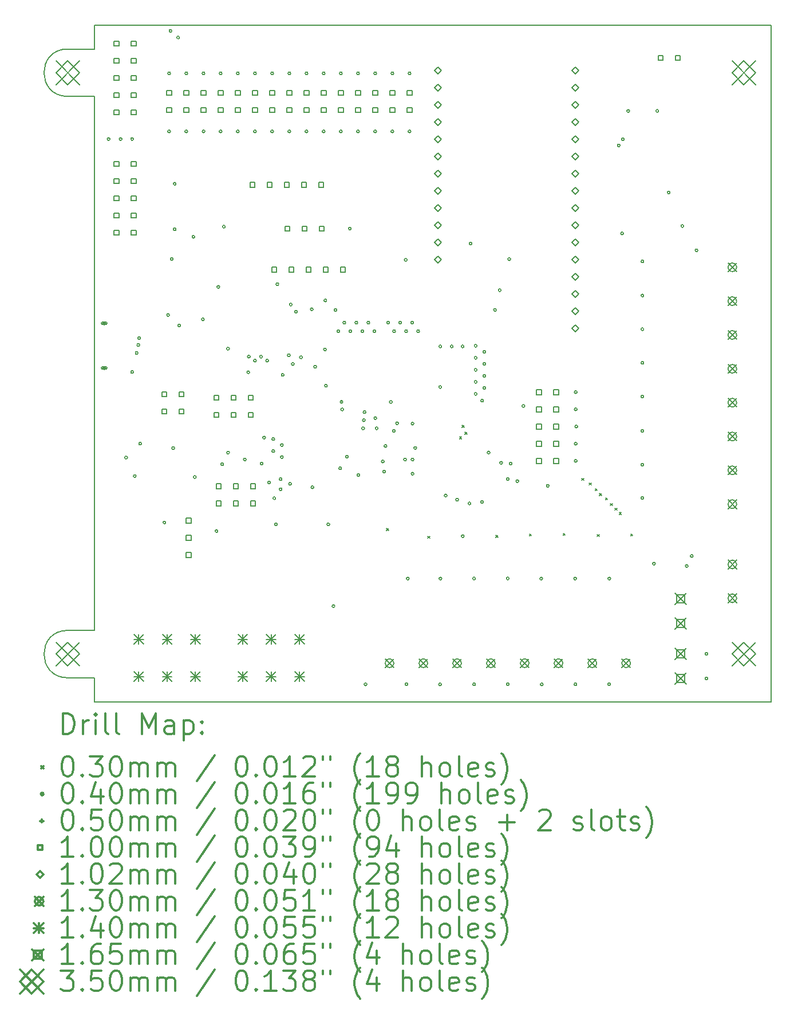
<source format=gbr>
%FSLAX45Y45*%
G04 Gerber Fmt 4.5, Leading zero omitted, Abs format (unit mm)*
G04 Created by KiCad (PCBNEW (5.0.1)-3) date 2/3/2019 5:01:10 PM*
%MOMM*%
%LPD*%
G01*
G04 APERTURE LIST*
%ADD10C,0.150000*%
%ADD11C,0.200000*%
%ADD12C,0.300000*%
G04 APERTURE END LIST*
D10*
X10000000Y-13945000D02*
X10000000Y-6055000D01*
X9600000Y-6055000D02*
G75*
G02X9600000Y-5355000I0J350000D01*
G01*
X10000000Y-5355000D02*
X9600000Y-5355000D01*
X10000000Y-5000000D02*
X10000000Y-5355000D01*
X10000000Y-6055000D02*
X9600000Y-6055000D01*
X9600000Y-13945000D02*
X10000000Y-13945000D01*
X10000000Y-14645000D02*
X9600000Y-14645000D01*
X9600000Y-14645000D02*
G75*
G02X9600000Y-13945000I0J350000D01*
G01*
X10000000Y-15000000D02*
X10000000Y-14645000D01*
X20000000Y-15000000D02*
X10000000Y-15000000D01*
X20000000Y-5000000D02*
X20000000Y-15000000D01*
X10000000Y-5000000D02*
X20000000Y-5000000D01*
D11*
X14315680Y-12438620D02*
X14345680Y-12468620D01*
X14345680Y-12438620D02*
X14315680Y-12468620D01*
X14925280Y-12552920D02*
X14955280Y-12582920D01*
X14955280Y-12552920D02*
X14925280Y-12582920D01*
X15395000Y-11085000D02*
X15425000Y-11115000D01*
X15425000Y-11085000D02*
X15395000Y-11115000D01*
X15435000Y-10915000D02*
X15465000Y-10945000D01*
X15465000Y-10915000D02*
X15435000Y-10945000D01*
X15475000Y-11015000D02*
X15505000Y-11045000D01*
X15505000Y-11015000D02*
X15475000Y-11045000D01*
X15934800Y-12541360D02*
X15964800Y-12571360D01*
X15964800Y-12541360D02*
X15934800Y-12571360D01*
X16430100Y-12518500D02*
X16460100Y-12548500D01*
X16460100Y-12518500D02*
X16430100Y-12548500D01*
X16926800Y-12512280D02*
X16956800Y-12542280D01*
X16956800Y-12512280D02*
X16926800Y-12542280D01*
X17204930Y-11696940D02*
X17234930Y-11726940D01*
X17234930Y-11696940D02*
X17204930Y-11726940D01*
X17315420Y-11765520D02*
X17345420Y-11795520D01*
X17345420Y-11765520D02*
X17315420Y-11795520D01*
X17401780Y-11849340D02*
X17431780Y-11879340D01*
X17431780Y-11849340D02*
X17401780Y-11879340D01*
X17429720Y-12527520D02*
X17459720Y-12557520D01*
X17459720Y-12527520D02*
X17429720Y-12557520D01*
X17465285Y-11923999D02*
X17495285Y-11953999D01*
X17495285Y-11923999D02*
X17465285Y-11953999D01*
X17554180Y-11986500D02*
X17584180Y-12016500D01*
X17584180Y-11986500D02*
X17554180Y-12016500D01*
X17625300Y-12070320D02*
X17655300Y-12100320D01*
X17655300Y-12070320D02*
X17625300Y-12100320D01*
X17692610Y-12139899D02*
X17722610Y-12169899D01*
X17722610Y-12139899D02*
X17692610Y-12169899D01*
X17757380Y-12202400D02*
X17787380Y-12232400D01*
X17787380Y-12202400D02*
X17757380Y-12232400D01*
X17928700Y-12518500D02*
X17958700Y-12548500D01*
X17958700Y-12518500D02*
X17928700Y-12548500D01*
X10573110Y-10126300D02*
G75*
G03X10573110Y-10126300I-20000J0D01*
G01*
X10665140Y-9728200D02*
G75*
G03X10665140Y-9728200I-20000J0D01*
G01*
X10675300Y-9626600D02*
G75*
G03X10675300Y-9626600I-20000J0D01*
G01*
X11050000Y-12350000D02*
G75*
G03X11050000Y-12350000I-20000J0D01*
G01*
X11104560Y-9283700D02*
G75*
G03X11104560Y-9283700I-20000J0D01*
G01*
X11180760Y-11252200D02*
G75*
G03X11180760Y-11252200I-20000J0D01*
G01*
X11270000Y-9440000D02*
G75*
G03X11270000Y-9440000I-20000J0D01*
G01*
X11480000Y-8130000D02*
G75*
G03X11480000Y-8130000I-20000J0D01*
G01*
X11500000Y-11680000D02*
G75*
G03X11500000Y-11680000I-20000J0D01*
G01*
X11620000Y-9350000D02*
G75*
G03X11620000Y-9350000I-20000J0D01*
G01*
X11820840Y-12476480D02*
G75*
G03X11820840Y-12476480I-20000J0D01*
G01*
X11847510Y-8869680D02*
G75*
G03X11847510Y-8869680I-20000J0D01*
G01*
X11905930Y-11489690D02*
G75*
G03X11905930Y-11489690I-20000J0D01*
G01*
X11930000Y-7980000D02*
G75*
G03X11930000Y-7980000I-20000J0D01*
G01*
X11990739Y-9783091D02*
G75*
G03X11990739Y-9783091I-20000J0D01*
G01*
X11992290Y-11318240D02*
G75*
G03X11992290Y-11318240I-20000J0D01*
G01*
X12240000Y-11420000D02*
G75*
G03X12240000Y-11420000I-20000J0D01*
G01*
X12290000Y-10130000D02*
G75*
G03X12290000Y-10130000I-20000J0D01*
G01*
X12300000Y-9900000D02*
G75*
G03X12300000Y-9900000I-20000J0D01*
G01*
X12390000Y-9960000D02*
G75*
G03X12390000Y-9960000I-20000J0D01*
G01*
X12480000Y-9900000D02*
G75*
G03X12480000Y-9900000I-20000J0D01*
G01*
X12525690Y-11095990D02*
G75*
G03X12525690Y-11095990I-20000J0D01*
G01*
X12570000Y-9960000D02*
G75*
G03X12570000Y-9960000I-20000J0D01*
G01*
X12600000Y-11760000D02*
G75*
G03X12600000Y-11760000I-20000J0D01*
G01*
X12700000Y-12380000D02*
G75*
G03X12700000Y-12380000I-20000J0D01*
G01*
X12720000Y-8830000D02*
G75*
G03X12720000Y-8830000I-20000J0D01*
G01*
X12800000Y-10170000D02*
G75*
G03X12800000Y-10170000I-20000J0D01*
G01*
X12890000Y-9880000D02*
G75*
G03X12890000Y-9880000I-20000J0D01*
G01*
X12910000Y-11780000D02*
G75*
G03X12910000Y-11780000I-20000J0D01*
G01*
X12920000Y-9130000D02*
G75*
G03X12920000Y-9130000I-20000J0D01*
G01*
X12996300Y-9236300D02*
G75*
G03X12996300Y-9236300I-20000J0D01*
G01*
X13230000Y-9200000D02*
G75*
G03X13230000Y-9200000I-20000J0D01*
G01*
X13425401Y-9794598D02*
G75*
G03X13425401Y-9794598I-20000J0D01*
G01*
X13430000Y-9070000D02*
G75*
G03X13430000Y-9070000I-20000J0D01*
G01*
X13440000Y-10330000D02*
G75*
G03X13440000Y-10330000I-20000J0D01*
G01*
X13474380Y-12378690D02*
G75*
G03X13474380Y-12378690I-20000J0D01*
G01*
X13550580Y-13586460D02*
G75*
G03X13550580Y-13586460I-20000J0D01*
G01*
X13650000Y-11550000D02*
G75*
G03X13650000Y-11550000I-20000J0D01*
G01*
X13670000Y-10570000D02*
G75*
G03X13670000Y-10570000I-20000J0D01*
G01*
X13680000Y-10680000D02*
G75*
G03X13680000Y-10680000I-20000J0D01*
G01*
X13750000Y-11380000D02*
G75*
G03X13750000Y-11380000I-20000J0D01*
G01*
X13920000Y-11650000D02*
G75*
G03X13920000Y-11650000I-20000J0D01*
G01*
X13990000Y-10960000D02*
G75*
G03X13990000Y-10960000I-20000J0D01*
G01*
X14000000Y-10840000D02*
G75*
G03X14000000Y-10840000I-20000J0D01*
G01*
X14010000Y-10720000D02*
G75*
G03X14010000Y-10720000I-20000J0D01*
G01*
X14025560Y-14742160D02*
G75*
G03X14025560Y-14742160I-20000J0D01*
G01*
X14170000Y-10810000D02*
G75*
G03X14170000Y-10810000I-20000J0D01*
G01*
X14190000Y-10960000D02*
G75*
G03X14190000Y-10960000I-20000J0D01*
G01*
X14280000Y-11450000D02*
G75*
G03X14280000Y-11450000I-20000J0D01*
G01*
X14300000Y-11600000D02*
G75*
G03X14300000Y-11600000I-20000J0D01*
G01*
X14320000Y-11220000D02*
G75*
G03X14320000Y-11220000I-20000J0D01*
G01*
X14400000Y-10570000D02*
G75*
G03X14400000Y-10570000I-20000J0D01*
G01*
X14443431Y-11000000D02*
G75*
G03X14443431Y-11000000I-20000J0D01*
G01*
X14492501Y-10885185D02*
G75*
G03X14492501Y-10885185I-20000J0D01*
G01*
X14610000Y-11420000D02*
G75*
G03X14610000Y-11420000I-20000J0D01*
G01*
X14620000Y-8470000D02*
G75*
G03X14620000Y-8470000I-20000J0D01*
G01*
X14630079Y-14742160D02*
G75*
G03X14630079Y-14742160I-20000J0D01*
G01*
X14650400Y-13178900D02*
G75*
G03X14650400Y-13178900I-20000J0D01*
G01*
X14720000Y-11419999D02*
G75*
G03X14720000Y-11419999I-20000J0D01*
G01*
X14720000Y-11630000D02*
G75*
G03X14720000Y-11630000I-20000J0D01*
G01*
X14720400Y-10890000D02*
G75*
G03X14720400Y-10890000I-20000J0D01*
G01*
X14760000Y-11250000D02*
G75*
G03X14760000Y-11250000I-20000J0D01*
G01*
X15127916Y-14742160D02*
G75*
G03X15127916Y-14742160I-20000J0D01*
G01*
X15130000Y-10350000D02*
G75*
G03X15130000Y-10350000I-20000J0D01*
G01*
X15133000Y-13178900D02*
G75*
G03X15133000Y-13178900I-20000J0D01*
G01*
X15463200Y-12552680D02*
G75*
G03X15463200Y-12552680I-20000J0D01*
G01*
X15580000Y-8230000D02*
G75*
G03X15580000Y-8230000I-20000J0D01*
G01*
X15629570Y-13178900D02*
G75*
G03X15629570Y-13178900I-20000J0D01*
G01*
X15630840Y-14742160D02*
G75*
G03X15630840Y-14742160I-20000J0D01*
G01*
X15750000Y-10550000D02*
G75*
G03X15750000Y-10550000I-20000J0D01*
G01*
X15845652Y-11316970D02*
G75*
G03X15845652Y-11316970I-20000J0D01*
G01*
X15940000Y-9210000D02*
G75*
G03X15940000Y-9210000I-20000J0D01*
G01*
X16010000Y-8920000D02*
G75*
G03X16010000Y-8920000I-20000J0D01*
G01*
X16030000Y-11470000D02*
G75*
G03X16030000Y-11470000I-20000J0D01*
G01*
X16128680Y-13178900D02*
G75*
G03X16128680Y-13178900I-20000J0D01*
G01*
X16128680Y-14742160D02*
G75*
G03X16128680Y-14742160I-20000J0D01*
G01*
X16129950Y-11706860D02*
G75*
G03X16129950Y-11706860I-20000J0D01*
G01*
X16150000Y-8459997D02*
G75*
G03X16150000Y-8459997I-20000J0D01*
G01*
X16170000Y-11480000D02*
G75*
G03X16170000Y-11480000I-20000J0D01*
G01*
X16270000Y-11740000D02*
G75*
G03X16270000Y-11740000I-20000J0D01*
G01*
X16360000Y-10630000D02*
G75*
G03X16360000Y-10630000I-20000J0D01*
G01*
X16623980Y-13178900D02*
G75*
G03X16623980Y-13178900I-20000J0D01*
G01*
X16631600Y-14742160D02*
G75*
G03X16631600Y-14742160I-20000J0D01*
G01*
X16720000Y-11810000D02*
G75*
G03X16720000Y-11810000I-20000J0D01*
G01*
X17125630Y-13178900D02*
G75*
G03X17125630Y-13178900I-20000J0D01*
G01*
X17129440Y-14742160D02*
G75*
G03X17129440Y-14742160I-20000J0D01*
G01*
X17627280Y-14742160D02*
G75*
G03X17627280Y-14742160I-20000J0D01*
G01*
X17629820Y-13178900D02*
G75*
G03X17629820Y-13178900I-20000J0D01*
G01*
X17770000Y-6780000D02*
G75*
G03X17770000Y-6780000I-20000J0D01*
G01*
X17820000Y-8080000D02*
G75*
G03X17820000Y-8080000I-20000J0D01*
G01*
X17830000Y-6690000D02*
G75*
G03X17830000Y-6690000I-20000J0D01*
G01*
X17910000Y-6270000D02*
G75*
G03X17910000Y-6270000I-20000J0D01*
G01*
X18120040Y-8493760D02*
G75*
G03X18120040Y-8493760I-20000J0D01*
G01*
X18120040Y-8996680D02*
G75*
G03X18120040Y-8996680I-20000J0D01*
G01*
X18120040Y-9494520D02*
G75*
G03X18120040Y-9494520I-20000J0D01*
G01*
X18120040Y-9992360D02*
G75*
G03X18120040Y-9992360I-20000J0D01*
G01*
X18120040Y-10490200D02*
G75*
G03X18120040Y-10490200I-20000J0D01*
G01*
X18120040Y-10998200D02*
G75*
G03X18120040Y-10998200I-20000J0D01*
G01*
X18120040Y-11496040D02*
G75*
G03X18120040Y-11496040I-20000J0D01*
G01*
X18120040Y-11988800D02*
G75*
G03X18120040Y-11988800I-20000J0D01*
G01*
X18291490Y-12958610D02*
G75*
G03X18291490Y-12958610I-20000J0D01*
G01*
X18340000Y-6270000D02*
G75*
G03X18340000Y-6270000I-20000J0D01*
G01*
X18510000Y-7474000D02*
G75*
G03X18510000Y-7474000I-20000J0D01*
G01*
X18710000Y-7970000D02*
G75*
G03X18710000Y-7970000I-20000J0D01*
G01*
X18920000Y-8330000D02*
G75*
G03X18920000Y-8330000I-20000J0D01*
G01*
X14066200Y-9398000D02*
G75*
G03X14066200Y-9398000I-20000J0D01*
G01*
X12389800Y-5715000D02*
G75*
G03X12389800Y-5715000I-20000J0D01*
G01*
X11373800Y-6572250D02*
G75*
G03X11373800Y-6572250I-20000J0D01*
G01*
X11119800Y-5715000D02*
G75*
G03X11119800Y-5715000I-20000J0D01*
G01*
X13070000Y-9910000D02*
G75*
G03X13070000Y-9910000I-20000J0D01*
G01*
X15460000Y-9750000D02*
G75*
G03X15460000Y-9750000I-20000J0D01*
G01*
X15653700Y-9740900D02*
G75*
G03X15653700Y-9740900I-20000J0D01*
G01*
X15653700Y-10274300D02*
G75*
G03X15653700Y-10274300I-20000J0D01*
G01*
X14713900Y-9398000D02*
G75*
G03X14713900Y-9398000I-20000J0D01*
G01*
X10611800Y-11664950D02*
G75*
G03X10611800Y-11664950I-20000J0D01*
G01*
X10225720Y-6685280D02*
G75*
G03X10225720Y-6685280I-20000J0D01*
G01*
X11160000Y-8460000D02*
G75*
G03X11160000Y-8460000I-20000J0D01*
G01*
X13405800Y-6572250D02*
G75*
G03X13405800Y-6572250I-20000J0D01*
G01*
X11119800Y-6572250D02*
G75*
G03X11119800Y-6572250I-20000J0D01*
G01*
X14167800Y-6572250D02*
G75*
G03X14167800Y-6572250I-20000J0D01*
G01*
X11881800Y-6572250D02*
G75*
G03X11881800Y-6572250I-20000J0D01*
G01*
X14675800Y-6572250D02*
G75*
G03X14675800Y-6572250I-20000J0D01*
G01*
X11630000Y-6572250D02*
G75*
G03X11630000Y-6572250I-20000J0D01*
G01*
X15210470Y-11951970D02*
G75*
G03X15210470Y-11951970I-20000J0D01*
G01*
X15653700Y-10096500D02*
G75*
G03X15653700Y-10096500I-20000J0D01*
G01*
X15300000Y-9750000D02*
G75*
G03X15300000Y-9750000I-20000J0D01*
G01*
X15780700Y-10363200D02*
G75*
G03X15780700Y-10363200I-20000J0D01*
G01*
X14447200Y-9525000D02*
G75*
G03X14447200Y-9525000I-20000J0D01*
G01*
X10691810Y-11184890D02*
G75*
G03X10691810Y-11184890I-20000J0D01*
G01*
X18849020Y-12846050D02*
G75*
G03X18849020Y-12846050I-20000J0D01*
G01*
X13405800Y-5715000D02*
G75*
G03X13405800Y-5715000I-20000J0D01*
G01*
X13913800Y-5715000D02*
G75*
G03X13913800Y-5715000I-20000J0D01*
G01*
X12135800Y-6572250D02*
G75*
G03X12135800Y-6572250I-20000J0D01*
G01*
X17134600Y-11187000D02*
G75*
G03X17134600Y-11187000I-20000J0D01*
G01*
X12643800Y-5715000D02*
G75*
G03X12643800Y-5715000I-20000J0D01*
G01*
X14675800Y-5715000D02*
G75*
G03X14675800Y-5715000I-20000J0D01*
G01*
X15780700Y-9829800D02*
G75*
G03X15780700Y-9829800I-20000J0D01*
G01*
X15780700Y-10007600D02*
G75*
G03X15780700Y-10007600I-20000J0D01*
G01*
X13280000Y-10050000D02*
G75*
G03X13280000Y-10050000I-20000J0D01*
G01*
X15653700Y-10452100D02*
G75*
G03X15653700Y-10452100I-20000J0D01*
G01*
X11202995Y-7345445D02*
G75*
G03X11202995Y-7345445I-20000J0D01*
G01*
X18775360Y-12993370D02*
G75*
G03X18775360Y-12993370I-20000J0D01*
G01*
X13151800Y-6572250D02*
G75*
G03X13151800Y-6572250I-20000J0D01*
G01*
X13660000Y-5715000D02*
G75*
G03X13660000Y-5715000I-20000J0D01*
G01*
X13799500Y-9525000D02*
G75*
G03X13799500Y-9525000I-20000J0D01*
G01*
X13888400Y-9398000D02*
G75*
G03X13888400Y-9398000I-20000J0D01*
G01*
X11373800Y-5715000D02*
G75*
G03X11373800Y-5715000I-20000J0D01*
G01*
X11627800Y-5715000D02*
G75*
G03X11627800Y-5715000I-20000J0D01*
G01*
X13659800Y-6572250D02*
G75*
G03X13659800Y-6572250I-20000J0D01*
G01*
X15562260Y-12068810D02*
G75*
G03X15562260Y-12068810I-20000J0D01*
G01*
X12770000Y-11710000D02*
G75*
G03X12770000Y-11710000I-20000J0D01*
G01*
X12488860Y-11479530D02*
G75*
G03X12488860Y-11479530I-20000J0D01*
G01*
X14802800Y-9525000D02*
G75*
G03X14802800Y-9525000I-20000J0D01*
G01*
X13240000Y-11830000D02*
G75*
G03X13240000Y-11830000I-20000J0D01*
G01*
X10403520Y-6685280D02*
G75*
G03X10403520Y-6685280I-20000J0D01*
G01*
X11202995Y-8018545D02*
G75*
G03X11202995Y-8018545I-20000J0D01*
G01*
X19067460Y-14293320D02*
G75*
G03X19067460Y-14293320I-20000J0D01*
G01*
X14421800Y-5715000D02*
G75*
G03X14421800Y-5715000I-20000J0D01*
G01*
X14167800Y-5715000D02*
G75*
G03X14167800Y-5715000I-20000J0D01*
G01*
X14421800Y-6572250D02*
G75*
G03X14421800Y-6572250I-20000J0D01*
G01*
X14155100Y-9525000D02*
G75*
G03X14155100Y-9525000I-20000J0D01*
G01*
X17143100Y-10933000D02*
G75*
G03X17143100Y-10933000I-20000J0D01*
G01*
X13913800Y-6572250D02*
G75*
G03X13913800Y-6572250I-20000J0D01*
G01*
X15379380Y-12012930D02*
G75*
G03X15379380Y-12012930I-20000J0D01*
G01*
X12660310Y-11295380D02*
G75*
G03X12660310Y-11295380I-20000J0D01*
G01*
X12787310Y-11384280D02*
G75*
G03X12787310Y-11384280I-20000J0D01*
G01*
X14625000Y-9525000D02*
G75*
G03X14625000Y-9525000I-20000J0D01*
G01*
X13793051Y-8006711D02*
G75*
G03X13793051Y-8006711I-20000J0D01*
G01*
X10484800Y-11391900D02*
G75*
G03X10484800Y-11391900I-20000J0D01*
G01*
X12389800Y-6572250D02*
G75*
G03X12389800Y-6572250I-20000J0D01*
G01*
X17134600Y-10679000D02*
G75*
G03X17134600Y-10679000I-20000J0D01*
G01*
X17134600Y-11441000D02*
G75*
G03X17134600Y-11441000I-20000J0D01*
G01*
X12950000Y-10010000D02*
G75*
G03X12950000Y-10010000I-20000J0D01*
G01*
X17134600Y-10425000D02*
G75*
G03X17134600Y-10425000I-20000J0D01*
G01*
X12643800Y-6572250D02*
G75*
G03X12643800Y-6572250I-20000J0D01*
G01*
X15653700Y-9918700D02*
G75*
G03X15653700Y-9918700I-20000J0D01*
G01*
X12675550Y-11991340D02*
G75*
G03X12675550Y-11991340I-20000J0D01*
G01*
X12660310Y-11117580D02*
G75*
G03X12660310Y-11117580I-20000J0D01*
G01*
X11140120Y-5087620D02*
G75*
G03X11140120Y-5087620I-20000J0D01*
G01*
X12787310Y-11206480D02*
G75*
G03X12787310Y-11206480I-20000J0D01*
G01*
X14536100Y-9398000D02*
G75*
G03X14536100Y-9398000I-20000J0D01*
G01*
X10640000Y-9846300D02*
G75*
G03X10640000Y-9846300I-20000J0D01*
G01*
X11881800Y-5715000D02*
G75*
G03X11881800Y-5715000I-20000J0D01*
G01*
X12135800Y-5715000D02*
G75*
G03X12135800Y-5715000I-20000J0D01*
G01*
X13580000Y-9210000D02*
G75*
G03X13580000Y-9210000I-20000J0D01*
G01*
X13710600Y-9398000D02*
G75*
G03X13710600Y-9398000I-20000J0D01*
G01*
X12897800Y-6572250D02*
G75*
G03X12897800Y-6572250I-20000J0D01*
G01*
X13977300Y-9525000D02*
G75*
G03X13977300Y-9525000I-20000J0D01*
G01*
X15747680Y-12047220D02*
G75*
G03X15747680Y-12047220I-20000J0D01*
G01*
X12770000Y-11860000D02*
G75*
G03X12770000Y-11860000I-20000J0D01*
G01*
X15780700Y-10185400D02*
G75*
G03X15780700Y-10185400I-20000J0D01*
G01*
X14358300Y-9398000D02*
G75*
G03X14358300Y-9398000I-20000J0D01*
G01*
X11253150Y-5184140D02*
G75*
G03X11253150Y-5184140I-20000J0D01*
G01*
X15130000Y-9750000D02*
G75*
G03X15130000Y-9750000I-20000J0D01*
G01*
X19067460Y-14653320D02*
G75*
G03X19067460Y-14653320I-20000J0D01*
G01*
X10573700Y-6685280D02*
G75*
G03X10573700Y-6685280I-20000J0D01*
G01*
X12897800Y-5715000D02*
G75*
G03X12897800Y-5715000I-20000J0D01*
G01*
X13151800Y-5715000D02*
G75*
G03X13151800Y-5715000I-20000J0D01*
G01*
X13621700Y-9525000D02*
G75*
G03X13621700Y-9525000I-20000J0D01*
G01*
X10140000Y-9381300D02*
X10140000Y-9431300D01*
X10115000Y-9406300D02*
X10165000Y-9406300D01*
X10175000Y-9391300D02*
X10105000Y-9391300D01*
X10175000Y-9421300D02*
X10105000Y-9421300D01*
X10105000Y-9391300D02*
G75*
G03X10105000Y-9421300I0J-15000D01*
G01*
X10175000Y-9421300D02*
G75*
G03X10175000Y-9391300I0J15000D01*
G01*
X10140000Y-10041300D02*
X10140000Y-10091300D01*
X10115000Y-10066300D02*
X10165000Y-10066300D01*
X10175000Y-10051300D02*
X10105000Y-10051300D01*
X10175000Y-10081300D02*
X10105000Y-10081300D01*
X10105000Y-10051300D02*
G75*
G03X10105000Y-10081300I0J-15000D01*
G01*
X10175000Y-10081300D02*
G75*
G03X10175000Y-10051300I0J15000D01*
G01*
X11065306Y-10491266D02*
X11065306Y-10420554D01*
X10994594Y-10420554D01*
X10994594Y-10491266D01*
X11065306Y-10491266D01*
X11065306Y-10745266D02*
X11065306Y-10674554D01*
X10994594Y-10674554D01*
X10994594Y-10745266D01*
X11065306Y-10745266D01*
X11319306Y-10491266D02*
X11319306Y-10420554D01*
X11248594Y-10420554D01*
X11248594Y-10491266D01*
X11319306Y-10491266D01*
X11319306Y-10745266D02*
X11319306Y-10674554D01*
X11248594Y-10674554D01*
X11248594Y-10745266D01*
X11319306Y-10745266D01*
X11837356Y-10541656D02*
X11837356Y-10470944D01*
X11766644Y-10470944D01*
X11766644Y-10541656D01*
X11837356Y-10541656D01*
X11837356Y-10795656D02*
X11837356Y-10724944D01*
X11766644Y-10724944D01*
X11766644Y-10795656D01*
X11837356Y-10795656D01*
X12091356Y-10541656D02*
X12091356Y-10470944D01*
X12020644Y-10470944D01*
X12020644Y-10541656D01*
X12091356Y-10541656D01*
X12091356Y-10795656D02*
X12091356Y-10724944D01*
X12020644Y-10724944D01*
X12020644Y-10795656D01*
X12091356Y-10795656D01*
X12345356Y-10541656D02*
X12345356Y-10470944D01*
X12274644Y-10470944D01*
X12274644Y-10541656D01*
X12345356Y-10541656D01*
X12345356Y-10795656D02*
X12345356Y-10724944D01*
X12274644Y-10724944D01*
X12274644Y-10795656D01*
X12345356Y-10795656D01*
X11425453Y-12358960D02*
X11425453Y-12288249D01*
X11354741Y-12288249D01*
X11354741Y-12358960D01*
X11425453Y-12358960D01*
X11425453Y-12612960D02*
X11425453Y-12542249D01*
X11354741Y-12542249D01*
X11354741Y-12612960D01*
X11425453Y-12612960D01*
X11425453Y-12866960D02*
X11425453Y-12796249D01*
X11354741Y-12796249D01*
X11354741Y-12866960D01*
X11425453Y-12866960D01*
X10358551Y-5310251D02*
X10358551Y-5239539D01*
X10287839Y-5239539D01*
X10287839Y-5310251D01*
X10358551Y-5310251D01*
X10358551Y-5564251D02*
X10358551Y-5493539D01*
X10287839Y-5493539D01*
X10287839Y-5564251D01*
X10358551Y-5564251D01*
X10358551Y-5818251D02*
X10358551Y-5747539D01*
X10287839Y-5747539D01*
X10287839Y-5818251D01*
X10358551Y-5818251D01*
X10358551Y-6072251D02*
X10358551Y-6001539D01*
X10287839Y-6001539D01*
X10287839Y-6072251D01*
X10358551Y-6072251D01*
X10358551Y-6326251D02*
X10358551Y-6255539D01*
X10287839Y-6255539D01*
X10287839Y-6326251D01*
X10358551Y-6326251D01*
X10612551Y-5310251D02*
X10612551Y-5239539D01*
X10541839Y-5239539D01*
X10541839Y-5310251D01*
X10612551Y-5310251D01*
X10612551Y-5564251D02*
X10612551Y-5493539D01*
X10541839Y-5493539D01*
X10541839Y-5564251D01*
X10612551Y-5564251D01*
X10612551Y-5818251D02*
X10612551Y-5747539D01*
X10541839Y-5747539D01*
X10541839Y-5818251D01*
X10612551Y-5818251D01*
X10612551Y-6072251D02*
X10612551Y-6001539D01*
X10541839Y-6001539D01*
X10541839Y-6072251D01*
X10612551Y-6072251D01*
X10612551Y-6326251D02*
X10612551Y-6255539D01*
X10541839Y-6255539D01*
X10541839Y-6326251D01*
X10612551Y-6326251D01*
X10358551Y-7088251D02*
X10358551Y-7017539D01*
X10287839Y-7017539D01*
X10287839Y-7088251D01*
X10358551Y-7088251D01*
X10358551Y-7342251D02*
X10358551Y-7271539D01*
X10287839Y-7271539D01*
X10287839Y-7342251D01*
X10358551Y-7342251D01*
X10358551Y-7596251D02*
X10358551Y-7525539D01*
X10287839Y-7525539D01*
X10287839Y-7596251D01*
X10358551Y-7596251D01*
X10358551Y-7850251D02*
X10358551Y-7779539D01*
X10287839Y-7779539D01*
X10287839Y-7850251D01*
X10358551Y-7850251D01*
X10358551Y-8104251D02*
X10358551Y-8033539D01*
X10287839Y-8033539D01*
X10287839Y-8104251D01*
X10358551Y-8104251D01*
X10612551Y-7088251D02*
X10612551Y-7017539D01*
X10541839Y-7017539D01*
X10541839Y-7088251D01*
X10612551Y-7088251D01*
X10612551Y-7342251D02*
X10612551Y-7271539D01*
X10541839Y-7271539D01*
X10541839Y-7342251D01*
X10612551Y-7342251D01*
X10612551Y-7596251D02*
X10612551Y-7525539D01*
X10541839Y-7525539D01*
X10541839Y-7596251D01*
X10612551Y-7596251D01*
X10612551Y-7850251D02*
X10612551Y-7779539D01*
X10541839Y-7779539D01*
X10541839Y-7850251D01*
X10612551Y-7850251D01*
X10612551Y-8104251D02*
X10612551Y-8033539D01*
X10541839Y-8033539D01*
X10541839Y-8104251D01*
X10612551Y-8104251D01*
X11870756Y-11849056D02*
X11870756Y-11778344D01*
X11800044Y-11778344D01*
X11800044Y-11849056D01*
X11870756Y-11849056D01*
X11870756Y-12103056D02*
X11870756Y-12032344D01*
X11800044Y-12032344D01*
X11800044Y-12103056D01*
X11870756Y-12103056D01*
X12124756Y-11849056D02*
X12124756Y-11778344D01*
X12054044Y-11778344D01*
X12054044Y-11849056D01*
X12124756Y-11849056D01*
X12124756Y-12103056D02*
X12124756Y-12032344D01*
X12054044Y-12032344D01*
X12054044Y-12103056D01*
X12124756Y-12103056D01*
X12378756Y-11849056D02*
X12378756Y-11778344D01*
X12308044Y-11778344D01*
X12308044Y-11849056D01*
X12378756Y-11849056D01*
X12378756Y-12103056D02*
X12378756Y-12032344D01*
X12308044Y-12032344D01*
X12308044Y-12103056D01*
X12378756Y-12103056D01*
X11135356Y-6040356D02*
X11135356Y-5969644D01*
X11064644Y-5969644D01*
X11064644Y-6040356D01*
X11135356Y-6040356D01*
X11135356Y-6294356D02*
X11135356Y-6223644D01*
X11064644Y-6223644D01*
X11064644Y-6294356D01*
X11135356Y-6294356D01*
X11389356Y-6040356D02*
X11389356Y-5969644D01*
X11318644Y-5969644D01*
X11318644Y-6040356D01*
X11389356Y-6040356D01*
X11389356Y-6294356D02*
X11389356Y-6223644D01*
X11318644Y-6223644D01*
X11318644Y-6294356D01*
X11389356Y-6294356D01*
X11643356Y-6040356D02*
X11643356Y-5969644D01*
X11572644Y-5969644D01*
X11572644Y-6040356D01*
X11643356Y-6040356D01*
X11643356Y-6294356D02*
X11643356Y-6223644D01*
X11572644Y-6223644D01*
X11572644Y-6294356D01*
X11643356Y-6294356D01*
X11897356Y-6040356D02*
X11897356Y-5969644D01*
X11826644Y-5969644D01*
X11826644Y-6040356D01*
X11897356Y-6040356D01*
X11897356Y-6294356D02*
X11897356Y-6223644D01*
X11826644Y-6223644D01*
X11826644Y-6294356D01*
X11897356Y-6294356D01*
X12151356Y-6040356D02*
X12151356Y-5969644D01*
X12080644Y-5969644D01*
X12080644Y-6040356D01*
X12151356Y-6040356D01*
X12151356Y-6294356D02*
X12151356Y-6223644D01*
X12080644Y-6223644D01*
X12080644Y-6294356D01*
X12151356Y-6294356D01*
X12405356Y-6040356D02*
X12405356Y-5969644D01*
X12334644Y-5969644D01*
X12334644Y-6040356D01*
X12405356Y-6040356D01*
X12405356Y-6294356D02*
X12405356Y-6223644D01*
X12334644Y-6223644D01*
X12334644Y-6294356D01*
X12405356Y-6294356D01*
X12659356Y-6040356D02*
X12659356Y-5969644D01*
X12588644Y-5969644D01*
X12588644Y-6040356D01*
X12659356Y-6040356D01*
X12659356Y-6294356D02*
X12659356Y-6223644D01*
X12588644Y-6223644D01*
X12588644Y-6294356D01*
X12659356Y-6294356D01*
X12913356Y-6040356D02*
X12913356Y-5969644D01*
X12842644Y-5969644D01*
X12842644Y-6040356D01*
X12913356Y-6040356D01*
X12913356Y-6294356D02*
X12913356Y-6223644D01*
X12842644Y-6223644D01*
X12842644Y-6294356D01*
X12913356Y-6294356D01*
X13167356Y-6040356D02*
X13167356Y-5969644D01*
X13096644Y-5969644D01*
X13096644Y-6040356D01*
X13167356Y-6040356D01*
X13167356Y-6294356D02*
X13167356Y-6223644D01*
X13096644Y-6223644D01*
X13096644Y-6294356D01*
X13167356Y-6294356D01*
X13421356Y-6040356D02*
X13421356Y-5969644D01*
X13350644Y-5969644D01*
X13350644Y-6040356D01*
X13421356Y-6040356D01*
X13421356Y-6294356D02*
X13421356Y-6223644D01*
X13350644Y-6223644D01*
X13350644Y-6294356D01*
X13421356Y-6294356D01*
X13675356Y-6040356D02*
X13675356Y-5969644D01*
X13604644Y-5969644D01*
X13604644Y-6040356D01*
X13675356Y-6040356D01*
X13675356Y-6294356D02*
X13675356Y-6223644D01*
X13604644Y-6223644D01*
X13604644Y-6294356D01*
X13675356Y-6294356D01*
X13929356Y-6040356D02*
X13929356Y-5969644D01*
X13858644Y-5969644D01*
X13858644Y-6040356D01*
X13929356Y-6040356D01*
X13929356Y-6294356D02*
X13929356Y-6223644D01*
X13858644Y-6223644D01*
X13858644Y-6294356D01*
X13929356Y-6294356D01*
X14183356Y-6040356D02*
X14183356Y-5969644D01*
X14112644Y-5969644D01*
X14112644Y-6040356D01*
X14183356Y-6040356D01*
X14183356Y-6294356D02*
X14183356Y-6223644D01*
X14112644Y-6223644D01*
X14112644Y-6294356D01*
X14183356Y-6294356D01*
X14437356Y-6040356D02*
X14437356Y-5969644D01*
X14366644Y-5969644D01*
X14366644Y-6040356D01*
X14437356Y-6040356D01*
X14437356Y-6294356D02*
X14437356Y-6223644D01*
X14366644Y-6223644D01*
X14366644Y-6294356D01*
X14437356Y-6294356D01*
X14691356Y-6040356D02*
X14691356Y-5969644D01*
X14620644Y-5969644D01*
X14620644Y-6040356D01*
X14691356Y-6040356D01*
X14691356Y-6294356D02*
X14691356Y-6223644D01*
X14620644Y-6223644D01*
X14620644Y-6294356D01*
X14691356Y-6294356D01*
X12369596Y-7396276D02*
X12369596Y-7325564D01*
X12298884Y-7325564D01*
X12298884Y-7396276D01*
X12369596Y-7396276D01*
X12623596Y-7396276D02*
X12623596Y-7325564D01*
X12552884Y-7325564D01*
X12552884Y-7396276D01*
X12623596Y-7396276D01*
X12877596Y-7396276D02*
X12877596Y-7325564D01*
X12806884Y-7325564D01*
X12806884Y-7396276D01*
X12877596Y-7396276D01*
X13131596Y-7396276D02*
X13131596Y-7325564D01*
X13060884Y-7325564D01*
X13060884Y-7396276D01*
X13131596Y-7396276D01*
X13385596Y-7396276D02*
X13385596Y-7325564D01*
X13314884Y-7325564D01*
X13314884Y-7396276D01*
X13385596Y-7396276D01*
X12884407Y-8044567D02*
X12884407Y-7973856D01*
X12813696Y-7973856D01*
X12813696Y-8044567D01*
X12884407Y-8044567D01*
X13138407Y-8044567D02*
X13138407Y-7973856D01*
X13067696Y-7973856D01*
X13067696Y-8044567D01*
X13138407Y-8044567D01*
X13392407Y-8044567D02*
X13392407Y-7973856D01*
X13321696Y-7973856D01*
X13321696Y-8044567D01*
X13392407Y-8044567D01*
X18406590Y-5520999D02*
X18406590Y-5450288D01*
X18335878Y-5450288D01*
X18335878Y-5520999D01*
X18406590Y-5520999D01*
X18656590Y-5520999D02*
X18656590Y-5450288D01*
X18585878Y-5450288D01*
X18585878Y-5520999D01*
X18656590Y-5520999D01*
X12689636Y-8651036D02*
X12689636Y-8580324D01*
X12618924Y-8580324D01*
X12618924Y-8651036D01*
X12689636Y-8651036D01*
X12943636Y-8651036D02*
X12943636Y-8580324D01*
X12872924Y-8580324D01*
X12872924Y-8651036D01*
X12943636Y-8651036D01*
X13197636Y-8651036D02*
X13197636Y-8580324D01*
X13126924Y-8580324D01*
X13126924Y-8651036D01*
X13197636Y-8651036D01*
X13451636Y-8651036D02*
X13451636Y-8580324D01*
X13380924Y-8580324D01*
X13380924Y-8651036D01*
X13451636Y-8651036D01*
X13705636Y-8651036D02*
X13705636Y-8580324D01*
X13634924Y-8580324D01*
X13634924Y-8651036D01*
X13705636Y-8651036D01*
X16605356Y-10460356D02*
X16605356Y-10389644D01*
X16534644Y-10389644D01*
X16534644Y-10460356D01*
X16605356Y-10460356D01*
X16605356Y-10714356D02*
X16605356Y-10643644D01*
X16534644Y-10643644D01*
X16534644Y-10714356D01*
X16605356Y-10714356D01*
X16605356Y-10968356D02*
X16605356Y-10897644D01*
X16534644Y-10897644D01*
X16534644Y-10968356D01*
X16605356Y-10968356D01*
X16605356Y-11222356D02*
X16605356Y-11151644D01*
X16534644Y-11151644D01*
X16534644Y-11222356D01*
X16605356Y-11222356D01*
X16605356Y-11476356D02*
X16605356Y-11405644D01*
X16534644Y-11405644D01*
X16534644Y-11476356D01*
X16605356Y-11476356D01*
X16859356Y-10460356D02*
X16859356Y-10389644D01*
X16788644Y-10389644D01*
X16788644Y-10460356D01*
X16859356Y-10460356D01*
X16859356Y-10714356D02*
X16859356Y-10643644D01*
X16788644Y-10643644D01*
X16788644Y-10714356D01*
X16859356Y-10714356D01*
X16859356Y-10968356D02*
X16859356Y-10897644D01*
X16788644Y-10897644D01*
X16788644Y-10968356D01*
X16859356Y-10968356D01*
X16859356Y-11222356D02*
X16859356Y-11151644D01*
X16788644Y-11151644D01*
X16788644Y-11222356D01*
X16859356Y-11222356D01*
X16859356Y-11476356D02*
X16859356Y-11405644D01*
X16788644Y-11405644D01*
X16788644Y-11476356D01*
X16859356Y-11476356D01*
X15074000Y-5726000D02*
X15125000Y-5675000D01*
X15074000Y-5624000D01*
X15023000Y-5675000D01*
X15074000Y-5726000D01*
X15074000Y-5980000D02*
X15125000Y-5929000D01*
X15074000Y-5878000D01*
X15023000Y-5929000D01*
X15074000Y-5980000D01*
X15074000Y-6234000D02*
X15125000Y-6183000D01*
X15074000Y-6132000D01*
X15023000Y-6183000D01*
X15074000Y-6234000D01*
X15074000Y-6488000D02*
X15125000Y-6437000D01*
X15074000Y-6386000D01*
X15023000Y-6437000D01*
X15074000Y-6488000D01*
X15074000Y-6742000D02*
X15125000Y-6691000D01*
X15074000Y-6640000D01*
X15023000Y-6691000D01*
X15074000Y-6742000D01*
X15074000Y-6996000D02*
X15125000Y-6945000D01*
X15074000Y-6894000D01*
X15023000Y-6945000D01*
X15074000Y-6996000D01*
X15074000Y-7250000D02*
X15125000Y-7199000D01*
X15074000Y-7148000D01*
X15023000Y-7199000D01*
X15074000Y-7250000D01*
X15074000Y-7504000D02*
X15125000Y-7453000D01*
X15074000Y-7402000D01*
X15023000Y-7453000D01*
X15074000Y-7504000D01*
X15074000Y-7758000D02*
X15125000Y-7707000D01*
X15074000Y-7656000D01*
X15023000Y-7707000D01*
X15074000Y-7758000D01*
X15074000Y-8012000D02*
X15125000Y-7961000D01*
X15074000Y-7910000D01*
X15023000Y-7961000D01*
X15074000Y-8012000D01*
X15074000Y-8266000D02*
X15125000Y-8215000D01*
X15074000Y-8164000D01*
X15023000Y-8215000D01*
X15074000Y-8266000D01*
X15074000Y-8520000D02*
X15125000Y-8469000D01*
X15074000Y-8418000D01*
X15023000Y-8469000D01*
X15074000Y-8520000D01*
X17106000Y-5726000D02*
X17157000Y-5675000D01*
X17106000Y-5624000D01*
X17055000Y-5675000D01*
X17106000Y-5726000D01*
X17106000Y-5980000D02*
X17157000Y-5929000D01*
X17106000Y-5878000D01*
X17055000Y-5929000D01*
X17106000Y-5980000D01*
X17106000Y-6234000D02*
X17157000Y-6183000D01*
X17106000Y-6132000D01*
X17055000Y-6183000D01*
X17106000Y-6234000D01*
X17106000Y-6488000D02*
X17157000Y-6437000D01*
X17106000Y-6386000D01*
X17055000Y-6437000D01*
X17106000Y-6488000D01*
X17106000Y-6742000D02*
X17157000Y-6691000D01*
X17106000Y-6640000D01*
X17055000Y-6691000D01*
X17106000Y-6742000D01*
X17106000Y-6996000D02*
X17157000Y-6945000D01*
X17106000Y-6894000D01*
X17055000Y-6945000D01*
X17106000Y-6996000D01*
X17106000Y-7250000D02*
X17157000Y-7199000D01*
X17106000Y-7148000D01*
X17055000Y-7199000D01*
X17106000Y-7250000D01*
X17106000Y-7504000D02*
X17157000Y-7453000D01*
X17106000Y-7402000D01*
X17055000Y-7453000D01*
X17106000Y-7504000D01*
X17106000Y-7758000D02*
X17157000Y-7707000D01*
X17106000Y-7656000D01*
X17055000Y-7707000D01*
X17106000Y-7758000D01*
X17106000Y-8012000D02*
X17157000Y-7961000D01*
X17106000Y-7910000D01*
X17055000Y-7961000D01*
X17106000Y-8012000D01*
X17106000Y-8266000D02*
X17157000Y-8215000D01*
X17106000Y-8164000D01*
X17055000Y-8215000D01*
X17106000Y-8266000D01*
X17106000Y-8520000D02*
X17157000Y-8469000D01*
X17106000Y-8418000D01*
X17055000Y-8469000D01*
X17106000Y-8520000D01*
X17106000Y-8774000D02*
X17157000Y-8723000D01*
X17106000Y-8672000D01*
X17055000Y-8723000D01*
X17106000Y-8774000D01*
X17106000Y-9028000D02*
X17157000Y-8977000D01*
X17106000Y-8926000D01*
X17055000Y-8977000D01*
X17106000Y-9028000D01*
X17106000Y-9282000D02*
X17157000Y-9231000D01*
X17106000Y-9180000D01*
X17055000Y-9231000D01*
X17106000Y-9282000D01*
X17106000Y-9536000D02*
X17157000Y-9485000D01*
X17106000Y-9434000D01*
X17055000Y-9485000D01*
X17106000Y-9536000D01*
X19365000Y-8515000D02*
X19495000Y-8645000D01*
X19495000Y-8515000D02*
X19365000Y-8645000D01*
X19495000Y-8580000D02*
G75*
G03X19495000Y-8580000I-65000J0D01*
G01*
X19365000Y-9015000D02*
X19495000Y-9145000D01*
X19495000Y-9015000D02*
X19365000Y-9145000D01*
X19495000Y-9080000D02*
G75*
G03X19495000Y-9080000I-65000J0D01*
G01*
X19365000Y-9515000D02*
X19495000Y-9645000D01*
X19495000Y-9515000D02*
X19365000Y-9645000D01*
X19495000Y-9580000D02*
G75*
G03X19495000Y-9580000I-65000J0D01*
G01*
X19365000Y-10015000D02*
X19495000Y-10145000D01*
X19495000Y-10015000D02*
X19365000Y-10145000D01*
X19495000Y-10080000D02*
G75*
G03X19495000Y-10080000I-65000J0D01*
G01*
X19365000Y-10515000D02*
X19495000Y-10645000D01*
X19495000Y-10515000D02*
X19365000Y-10645000D01*
X19495000Y-10580000D02*
G75*
G03X19495000Y-10580000I-65000J0D01*
G01*
X19365000Y-11015000D02*
X19495000Y-11145000D01*
X19495000Y-11015000D02*
X19365000Y-11145000D01*
X19495000Y-11080000D02*
G75*
G03X19495000Y-11080000I-65000J0D01*
G01*
X19365000Y-11515000D02*
X19495000Y-11645000D01*
X19495000Y-11515000D02*
X19365000Y-11645000D01*
X19495000Y-11580000D02*
G75*
G03X19495000Y-11580000I-65000J0D01*
G01*
X19365000Y-12015000D02*
X19495000Y-12145000D01*
X19495000Y-12015000D02*
X19365000Y-12145000D01*
X19495000Y-12080000D02*
G75*
G03X19495000Y-12080000I-65000J0D01*
G01*
X14295000Y-14365000D02*
X14425000Y-14495000D01*
X14425000Y-14365000D02*
X14295000Y-14495000D01*
X14425000Y-14430000D02*
G75*
G03X14425000Y-14430000I-65000J0D01*
G01*
X14795000Y-14365000D02*
X14925000Y-14495000D01*
X14925000Y-14365000D02*
X14795000Y-14495000D01*
X14925000Y-14430000D02*
G75*
G03X14925000Y-14430000I-65000J0D01*
G01*
X15295000Y-14365000D02*
X15425000Y-14495000D01*
X15425000Y-14365000D02*
X15295000Y-14495000D01*
X15425000Y-14430000D02*
G75*
G03X15425000Y-14430000I-65000J0D01*
G01*
X15795000Y-14365000D02*
X15925000Y-14495000D01*
X15925000Y-14365000D02*
X15795000Y-14495000D01*
X15925000Y-14430000D02*
G75*
G03X15925000Y-14430000I-65000J0D01*
G01*
X16295000Y-14365000D02*
X16425000Y-14495000D01*
X16425000Y-14365000D02*
X16295000Y-14495000D01*
X16425000Y-14430000D02*
G75*
G03X16425000Y-14430000I-65000J0D01*
G01*
X16795000Y-14365000D02*
X16925000Y-14495000D01*
X16925000Y-14365000D02*
X16795000Y-14495000D01*
X16925000Y-14430000D02*
G75*
G03X16925000Y-14430000I-65000J0D01*
G01*
X17295000Y-14365000D02*
X17425000Y-14495000D01*
X17425000Y-14365000D02*
X17295000Y-14495000D01*
X17425000Y-14430000D02*
G75*
G03X17425000Y-14430000I-65000J0D01*
G01*
X17795000Y-14365000D02*
X17925000Y-14495000D01*
X17925000Y-14365000D02*
X17795000Y-14495000D01*
X17925000Y-14430000D02*
G75*
G03X17925000Y-14430000I-65000J0D01*
G01*
X19365000Y-12905000D02*
X19495000Y-13035000D01*
X19495000Y-12905000D02*
X19365000Y-13035000D01*
X19495000Y-12970000D02*
G75*
G03X19495000Y-12970000I-65000J0D01*
G01*
X19365000Y-13405000D02*
X19495000Y-13535000D01*
X19495000Y-13405000D02*
X19365000Y-13535000D01*
X19495000Y-13470000D02*
G75*
G03X19495000Y-13470000I-65000J0D01*
G01*
X10580392Y-14006110D02*
X10720392Y-14146110D01*
X10720392Y-14006110D02*
X10580392Y-14146110D01*
X10650392Y-14006110D02*
X10650392Y-14146110D01*
X10580392Y-14076110D02*
X10720392Y-14076110D01*
X10580392Y-14556110D02*
X10720392Y-14696110D01*
X10720392Y-14556110D02*
X10580392Y-14696110D01*
X10650392Y-14556110D02*
X10650392Y-14696110D01*
X10580392Y-14626110D02*
X10720392Y-14626110D01*
X11000392Y-14006110D02*
X11140392Y-14146110D01*
X11140392Y-14006110D02*
X11000392Y-14146110D01*
X11070392Y-14006110D02*
X11070392Y-14146110D01*
X11000392Y-14076110D02*
X11140392Y-14076110D01*
X11000392Y-14556110D02*
X11140392Y-14696110D01*
X11140392Y-14556110D02*
X11000392Y-14696110D01*
X11070392Y-14556110D02*
X11070392Y-14696110D01*
X11000392Y-14626110D02*
X11140392Y-14626110D01*
X11420392Y-14006110D02*
X11560392Y-14146110D01*
X11560392Y-14006110D02*
X11420392Y-14146110D01*
X11490392Y-14006110D02*
X11490392Y-14146110D01*
X11420392Y-14076110D02*
X11560392Y-14076110D01*
X11420392Y-14556110D02*
X11560392Y-14696110D01*
X11560392Y-14556110D02*
X11420392Y-14696110D01*
X11490392Y-14556110D02*
X11490392Y-14696110D01*
X11420392Y-14626110D02*
X11560392Y-14626110D01*
X12120392Y-14006110D02*
X12260392Y-14146110D01*
X12260392Y-14006110D02*
X12120392Y-14146110D01*
X12190392Y-14006110D02*
X12190392Y-14146110D01*
X12120392Y-14076110D02*
X12260392Y-14076110D01*
X12120392Y-14556110D02*
X12260392Y-14696110D01*
X12260392Y-14556110D02*
X12120392Y-14696110D01*
X12190392Y-14556110D02*
X12190392Y-14696110D01*
X12120392Y-14626110D02*
X12260392Y-14626110D01*
X12540392Y-14006110D02*
X12680392Y-14146110D01*
X12680392Y-14006110D02*
X12540392Y-14146110D01*
X12610392Y-14006110D02*
X12610392Y-14146110D01*
X12540392Y-14076110D02*
X12680392Y-14076110D01*
X12540392Y-14556110D02*
X12680392Y-14696110D01*
X12680392Y-14556110D02*
X12540392Y-14696110D01*
X12610392Y-14556110D02*
X12610392Y-14696110D01*
X12540392Y-14626110D02*
X12680392Y-14626110D01*
X12960392Y-14006110D02*
X13100392Y-14146110D01*
X13100392Y-14006110D02*
X12960392Y-14146110D01*
X13030392Y-14006110D02*
X13030392Y-14146110D01*
X12960392Y-14076110D02*
X13100392Y-14076110D01*
X12960392Y-14556110D02*
X13100392Y-14696110D01*
X13100392Y-14556110D02*
X12960392Y-14696110D01*
X13030392Y-14556110D02*
X13030392Y-14696110D01*
X12960392Y-14626110D02*
X13100392Y-14626110D01*
X18584960Y-13394820D02*
X18749960Y-13559820D01*
X18749960Y-13394820D02*
X18584960Y-13559820D01*
X18725797Y-13535657D02*
X18725797Y-13418983D01*
X18609123Y-13418983D01*
X18609123Y-13535657D01*
X18725797Y-13535657D01*
X18584960Y-13760820D02*
X18749960Y-13925820D01*
X18749960Y-13760820D02*
X18584960Y-13925820D01*
X18725797Y-13901657D02*
X18725797Y-13784983D01*
X18609123Y-13784983D01*
X18609123Y-13901657D01*
X18725797Y-13901657D01*
X18584960Y-14207820D02*
X18749960Y-14372820D01*
X18749960Y-14207820D02*
X18584960Y-14372820D01*
X18725797Y-14348657D02*
X18725797Y-14231983D01*
X18609123Y-14231983D01*
X18609123Y-14348657D01*
X18725797Y-14348657D01*
X18584960Y-14573820D02*
X18749960Y-14738820D01*
X18749960Y-14573820D02*
X18584960Y-14738820D01*
X18725797Y-14714657D02*
X18725797Y-14597983D01*
X18609123Y-14597983D01*
X18609123Y-14714657D01*
X18725797Y-14714657D01*
X9425000Y-14120000D02*
X9775000Y-14470000D01*
X9775000Y-14120000D02*
X9425000Y-14470000D01*
X9600000Y-14470000D02*
X9775000Y-14295000D01*
X9600000Y-14120000D01*
X9425000Y-14295000D01*
X9600000Y-14470000D01*
X9425000Y-5530000D02*
X9775000Y-5880000D01*
X9775000Y-5530000D02*
X9425000Y-5880000D01*
X9600000Y-5880000D02*
X9775000Y-5705000D01*
X9600000Y-5530000D01*
X9425000Y-5705000D01*
X9600000Y-5880000D01*
X19425000Y-14120000D02*
X19775000Y-14470000D01*
X19775000Y-14120000D02*
X19425000Y-14470000D01*
X19600000Y-14470000D02*
X19775000Y-14295000D01*
X19600000Y-14120000D01*
X19425000Y-14295000D01*
X19600000Y-14470000D01*
X19425000Y-5530000D02*
X19775000Y-5880000D01*
X19775000Y-5530000D02*
X19425000Y-5880000D01*
X19600000Y-5880000D02*
X19775000Y-5705000D01*
X19600000Y-5530000D01*
X19425000Y-5705000D01*
X19600000Y-5880000D01*
D12*
X9528928Y-15473214D02*
X9528928Y-15173214D01*
X9600357Y-15173214D01*
X9643214Y-15187500D01*
X9671786Y-15216071D01*
X9686071Y-15244643D01*
X9700357Y-15301786D01*
X9700357Y-15344643D01*
X9686071Y-15401786D01*
X9671786Y-15430357D01*
X9643214Y-15458929D01*
X9600357Y-15473214D01*
X9528928Y-15473214D01*
X9828928Y-15473214D02*
X9828928Y-15273214D01*
X9828928Y-15330357D02*
X9843214Y-15301786D01*
X9857500Y-15287500D01*
X9886071Y-15273214D01*
X9914643Y-15273214D01*
X10014643Y-15473214D02*
X10014643Y-15273214D01*
X10014643Y-15173214D02*
X10000357Y-15187500D01*
X10014643Y-15201786D01*
X10028928Y-15187500D01*
X10014643Y-15173214D01*
X10014643Y-15201786D01*
X10200357Y-15473214D02*
X10171786Y-15458929D01*
X10157500Y-15430357D01*
X10157500Y-15173214D01*
X10357500Y-15473214D02*
X10328928Y-15458929D01*
X10314643Y-15430357D01*
X10314643Y-15173214D01*
X10700357Y-15473214D02*
X10700357Y-15173214D01*
X10800357Y-15387500D01*
X10900357Y-15173214D01*
X10900357Y-15473214D01*
X11171786Y-15473214D02*
X11171786Y-15316071D01*
X11157500Y-15287500D01*
X11128928Y-15273214D01*
X11071786Y-15273214D01*
X11043214Y-15287500D01*
X11171786Y-15458929D02*
X11143214Y-15473214D01*
X11071786Y-15473214D01*
X11043214Y-15458929D01*
X11028928Y-15430357D01*
X11028928Y-15401786D01*
X11043214Y-15373214D01*
X11071786Y-15358929D01*
X11143214Y-15358929D01*
X11171786Y-15344643D01*
X11314643Y-15273214D02*
X11314643Y-15573214D01*
X11314643Y-15287500D02*
X11343214Y-15273214D01*
X11400357Y-15273214D01*
X11428928Y-15287500D01*
X11443214Y-15301786D01*
X11457500Y-15330357D01*
X11457500Y-15416071D01*
X11443214Y-15444643D01*
X11428928Y-15458929D01*
X11400357Y-15473214D01*
X11343214Y-15473214D01*
X11314643Y-15458929D01*
X11586071Y-15444643D02*
X11600357Y-15458929D01*
X11586071Y-15473214D01*
X11571786Y-15458929D01*
X11586071Y-15444643D01*
X11586071Y-15473214D01*
X11586071Y-15287500D02*
X11600357Y-15301786D01*
X11586071Y-15316071D01*
X11571786Y-15301786D01*
X11586071Y-15287500D01*
X11586071Y-15316071D01*
X9212500Y-15952500D02*
X9242500Y-15982500D01*
X9242500Y-15952500D02*
X9212500Y-15982500D01*
X9586071Y-15803214D02*
X9614643Y-15803214D01*
X9643214Y-15817500D01*
X9657500Y-15831786D01*
X9671786Y-15860357D01*
X9686071Y-15917500D01*
X9686071Y-15988929D01*
X9671786Y-16046071D01*
X9657500Y-16074643D01*
X9643214Y-16088929D01*
X9614643Y-16103214D01*
X9586071Y-16103214D01*
X9557500Y-16088929D01*
X9543214Y-16074643D01*
X9528928Y-16046071D01*
X9514643Y-15988929D01*
X9514643Y-15917500D01*
X9528928Y-15860357D01*
X9543214Y-15831786D01*
X9557500Y-15817500D01*
X9586071Y-15803214D01*
X9814643Y-16074643D02*
X9828928Y-16088929D01*
X9814643Y-16103214D01*
X9800357Y-16088929D01*
X9814643Y-16074643D01*
X9814643Y-16103214D01*
X9928928Y-15803214D02*
X10114643Y-15803214D01*
X10014643Y-15917500D01*
X10057500Y-15917500D01*
X10086071Y-15931786D01*
X10100357Y-15946071D01*
X10114643Y-15974643D01*
X10114643Y-16046071D01*
X10100357Y-16074643D01*
X10086071Y-16088929D01*
X10057500Y-16103214D01*
X9971786Y-16103214D01*
X9943214Y-16088929D01*
X9928928Y-16074643D01*
X10300357Y-15803214D02*
X10328928Y-15803214D01*
X10357500Y-15817500D01*
X10371786Y-15831786D01*
X10386071Y-15860357D01*
X10400357Y-15917500D01*
X10400357Y-15988929D01*
X10386071Y-16046071D01*
X10371786Y-16074643D01*
X10357500Y-16088929D01*
X10328928Y-16103214D01*
X10300357Y-16103214D01*
X10271786Y-16088929D01*
X10257500Y-16074643D01*
X10243214Y-16046071D01*
X10228928Y-15988929D01*
X10228928Y-15917500D01*
X10243214Y-15860357D01*
X10257500Y-15831786D01*
X10271786Y-15817500D01*
X10300357Y-15803214D01*
X10528928Y-16103214D02*
X10528928Y-15903214D01*
X10528928Y-15931786D02*
X10543214Y-15917500D01*
X10571786Y-15903214D01*
X10614643Y-15903214D01*
X10643214Y-15917500D01*
X10657500Y-15946071D01*
X10657500Y-16103214D01*
X10657500Y-15946071D02*
X10671786Y-15917500D01*
X10700357Y-15903214D01*
X10743214Y-15903214D01*
X10771786Y-15917500D01*
X10786071Y-15946071D01*
X10786071Y-16103214D01*
X10928928Y-16103214D02*
X10928928Y-15903214D01*
X10928928Y-15931786D02*
X10943214Y-15917500D01*
X10971786Y-15903214D01*
X11014643Y-15903214D01*
X11043214Y-15917500D01*
X11057500Y-15946071D01*
X11057500Y-16103214D01*
X11057500Y-15946071D02*
X11071786Y-15917500D01*
X11100357Y-15903214D01*
X11143214Y-15903214D01*
X11171786Y-15917500D01*
X11186071Y-15946071D01*
X11186071Y-16103214D01*
X11771786Y-15788929D02*
X11514643Y-16174643D01*
X12157500Y-15803214D02*
X12186071Y-15803214D01*
X12214643Y-15817500D01*
X12228928Y-15831786D01*
X12243214Y-15860357D01*
X12257500Y-15917500D01*
X12257500Y-15988929D01*
X12243214Y-16046071D01*
X12228928Y-16074643D01*
X12214643Y-16088929D01*
X12186071Y-16103214D01*
X12157500Y-16103214D01*
X12128928Y-16088929D01*
X12114643Y-16074643D01*
X12100357Y-16046071D01*
X12086071Y-15988929D01*
X12086071Y-15917500D01*
X12100357Y-15860357D01*
X12114643Y-15831786D01*
X12128928Y-15817500D01*
X12157500Y-15803214D01*
X12386071Y-16074643D02*
X12400357Y-16088929D01*
X12386071Y-16103214D01*
X12371786Y-16088929D01*
X12386071Y-16074643D01*
X12386071Y-16103214D01*
X12586071Y-15803214D02*
X12614643Y-15803214D01*
X12643214Y-15817500D01*
X12657500Y-15831786D01*
X12671786Y-15860357D01*
X12686071Y-15917500D01*
X12686071Y-15988929D01*
X12671786Y-16046071D01*
X12657500Y-16074643D01*
X12643214Y-16088929D01*
X12614643Y-16103214D01*
X12586071Y-16103214D01*
X12557500Y-16088929D01*
X12543214Y-16074643D01*
X12528928Y-16046071D01*
X12514643Y-15988929D01*
X12514643Y-15917500D01*
X12528928Y-15860357D01*
X12543214Y-15831786D01*
X12557500Y-15817500D01*
X12586071Y-15803214D01*
X12971786Y-16103214D02*
X12800357Y-16103214D01*
X12886071Y-16103214D02*
X12886071Y-15803214D01*
X12857500Y-15846071D01*
X12828928Y-15874643D01*
X12800357Y-15888929D01*
X13086071Y-15831786D02*
X13100357Y-15817500D01*
X13128928Y-15803214D01*
X13200357Y-15803214D01*
X13228928Y-15817500D01*
X13243214Y-15831786D01*
X13257500Y-15860357D01*
X13257500Y-15888929D01*
X13243214Y-15931786D01*
X13071786Y-16103214D01*
X13257500Y-16103214D01*
X13371786Y-15803214D02*
X13371786Y-15860357D01*
X13486071Y-15803214D02*
X13486071Y-15860357D01*
X13928928Y-16217500D02*
X13914643Y-16203214D01*
X13886071Y-16160357D01*
X13871786Y-16131786D01*
X13857500Y-16088929D01*
X13843214Y-16017500D01*
X13843214Y-15960357D01*
X13857500Y-15888929D01*
X13871786Y-15846071D01*
X13886071Y-15817500D01*
X13914643Y-15774643D01*
X13928928Y-15760357D01*
X14200357Y-16103214D02*
X14028928Y-16103214D01*
X14114643Y-16103214D02*
X14114643Y-15803214D01*
X14086071Y-15846071D01*
X14057500Y-15874643D01*
X14028928Y-15888929D01*
X14371786Y-15931786D02*
X14343214Y-15917500D01*
X14328928Y-15903214D01*
X14314643Y-15874643D01*
X14314643Y-15860357D01*
X14328928Y-15831786D01*
X14343214Y-15817500D01*
X14371786Y-15803214D01*
X14428928Y-15803214D01*
X14457500Y-15817500D01*
X14471786Y-15831786D01*
X14486071Y-15860357D01*
X14486071Y-15874643D01*
X14471786Y-15903214D01*
X14457500Y-15917500D01*
X14428928Y-15931786D01*
X14371786Y-15931786D01*
X14343214Y-15946071D01*
X14328928Y-15960357D01*
X14314643Y-15988929D01*
X14314643Y-16046071D01*
X14328928Y-16074643D01*
X14343214Y-16088929D01*
X14371786Y-16103214D01*
X14428928Y-16103214D01*
X14457500Y-16088929D01*
X14471786Y-16074643D01*
X14486071Y-16046071D01*
X14486071Y-15988929D01*
X14471786Y-15960357D01*
X14457500Y-15946071D01*
X14428928Y-15931786D01*
X14843214Y-16103214D02*
X14843214Y-15803214D01*
X14971786Y-16103214D02*
X14971786Y-15946071D01*
X14957500Y-15917500D01*
X14928928Y-15903214D01*
X14886071Y-15903214D01*
X14857500Y-15917500D01*
X14843214Y-15931786D01*
X15157500Y-16103214D02*
X15128928Y-16088929D01*
X15114643Y-16074643D01*
X15100357Y-16046071D01*
X15100357Y-15960357D01*
X15114643Y-15931786D01*
X15128928Y-15917500D01*
X15157500Y-15903214D01*
X15200357Y-15903214D01*
X15228928Y-15917500D01*
X15243214Y-15931786D01*
X15257500Y-15960357D01*
X15257500Y-16046071D01*
X15243214Y-16074643D01*
X15228928Y-16088929D01*
X15200357Y-16103214D01*
X15157500Y-16103214D01*
X15428928Y-16103214D02*
X15400357Y-16088929D01*
X15386071Y-16060357D01*
X15386071Y-15803214D01*
X15657500Y-16088929D02*
X15628928Y-16103214D01*
X15571786Y-16103214D01*
X15543214Y-16088929D01*
X15528928Y-16060357D01*
X15528928Y-15946071D01*
X15543214Y-15917500D01*
X15571786Y-15903214D01*
X15628928Y-15903214D01*
X15657500Y-15917500D01*
X15671786Y-15946071D01*
X15671786Y-15974643D01*
X15528928Y-16003214D01*
X15786071Y-16088929D02*
X15814643Y-16103214D01*
X15871786Y-16103214D01*
X15900357Y-16088929D01*
X15914643Y-16060357D01*
X15914643Y-16046071D01*
X15900357Y-16017500D01*
X15871786Y-16003214D01*
X15828928Y-16003214D01*
X15800357Y-15988929D01*
X15786071Y-15960357D01*
X15786071Y-15946071D01*
X15800357Y-15917500D01*
X15828928Y-15903214D01*
X15871786Y-15903214D01*
X15900357Y-15917500D01*
X16014643Y-16217500D02*
X16028928Y-16203214D01*
X16057500Y-16160357D01*
X16071786Y-16131786D01*
X16086071Y-16088929D01*
X16100357Y-16017500D01*
X16100357Y-15960357D01*
X16086071Y-15888929D01*
X16071786Y-15846071D01*
X16057500Y-15817500D01*
X16028928Y-15774643D01*
X16014643Y-15760357D01*
X9242500Y-16363500D02*
G75*
G03X9242500Y-16363500I-20000J0D01*
G01*
X9586071Y-16199214D02*
X9614643Y-16199214D01*
X9643214Y-16213500D01*
X9657500Y-16227786D01*
X9671786Y-16256357D01*
X9686071Y-16313500D01*
X9686071Y-16384929D01*
X9671786Y-16442071D01*
X9657500Y-16470643D01*
X9643214Y-16484929D01*
X9614643Y-16499214D01*
X9586071Y-16499214D01*
X9557500Y-16484929D01*
X9543214Y-16470643D01*
X9528928Y-16442071D01*
X9514643Y-16384929D01*
X9514643Y-16313500D01*
X9528928Y-16256357D01*
X9543214Y-16227786D01*
X9557500Y-16213500D01*
X9586071Y-16199214D01*
X9814643Y-16470643D02*
X9828928Y-16484929D01*
X9814643Y-16499214D01*
X9800357Y-16484929D01*
X9814643Y-16470643D01*
X9814643Y-16499214D01*
X10086071Y-16299214D02*
X10086071Y-16499214D01*
X10014643Y-16184929D02*
X9943214Y-16399214D01*
X10128928Y-16399214D01*
X10300357Y-16199214D02*
X10328928Y-16199214D01*
X10357500Y-16213500D01*
X10371786Y-16227786D01*
X10386071Y-16256357D01*
X10400357Y-16313500D01*
X10400357Y-16384929D01*
X10386071Y-16442071D01*
X10371786Y-16470643D01*
X10357500Y-16484929D01*
X10328928Y-16499214D01*
X10300357Y-16499214D01*
X10271786Y-16484929D01*
X10257500Y-16470643D01*
X10243214Y-16442071D01*
X10228928Y-16384929D01*
X10228928Y-16313500D01*
X10243214Y-16256357D01*
X10257500Y-16227786D01*
X10271786Y-16213500D01*
X10300357Y-16199214D01*
X10528928Y-16499214D02*
X10528928Y-16299214D01*
X10528928Y-16327786D02*
X10543214Y-16313500D01*
X10571786Y-16299214D01*
X10614643Y-16299214D01*
X10643214Y-16313500D01*
X10657500Y-16342071D01*
X10657500Y-16499214D01*
X10657500Y-16342071D02*
X10671786Y-16313500D01*
X10700357Y-16299214D01*
X10743214Y-16299214D01*
X10771786Y-16313500D01*
X10786071Y-16342071D01*
X10786071Y-16499214D01*
X10928928Y-16499214D02*
X10928928Y-16299214D01*
X10928928Y-16327786D02*
X10943214Y-16313500D01*
X10971786Y-16299214D01*
X11014643Y-16299214D01*
X11043214Y-16313500D01*
X11057500Y-16342071D01*
X11057500Y-16499214D01*
X11057500Y-16342071D02*
X11071786Y-16313500D01*
X11100357Y-16299214D01*
X11143214Y-16299214D01*
X11171786Y-16313500D01*
X11186071Y-16342071D01*
X11186071Y-16499214D01*
X11771786Y-16184929D02*
X11514643Y-16570643D01*
X12157500Y-16199214D02*
X12186071Y-16199214D01*
X12214643Y-16213500D01*
X12228928Y-16227786D01*
X12243214Y-16256357D01*
X12257500Y-16313500D01*
X12257500Y-16384929D01*
X12243214Y-16442071D01*
X12228928Y-16470643D01*
X12214643Y-16484929D01*
X12186071Y-16499214D01*
X12157500Y-16499214D01*
X12128928Y-16484929D01*
X12114643Y-16470643D01*
X12100357Y-16442071D01*
X12086071Y-16384929D01*
X12086071Y-16313500D01*
X12100357Y-16256357D01*
X12114643Y-16227786D01*
X12128928Y-16213500D01*
X12157500Y-16199214D01*
X12386071Y-16470643D02*
X12400357Y-16484929D01*
X12386071Y-16499214D01*
X12371786Y-16484929D01*
X12386071Y-16470643D01*
X12386071Y-16499214D01*
X12586071Y-16199214D02*
X12614643Y-16199214D01*
X12643214Y-16213500D01*
X12657500Y-16227786D01*
X12671786Y-16256357D01*
X12686071Y-16313500D01*
X12686071Y-16384929D01*
X12671786Y-16442071D01*
X12657500Y-16470643D01*
X12643214Y-16484929D01*
X12614643Y-16499214D01*
X12586071Y-16499214D01*
X12557500Y-16484929D01*
X12543214Y-16470643D01*
X12528928Y-16442071D01*
X12514643Y-16384929D01*
X12514643Y-16313500D01*
X12528928Y-16256357D01*
X12543214Y-16227786D01*
X12557500Y-16213500D01*
X12586071Y-16199214D01*
X12971786Y-16499214D02*
X12800357Y-16499214D01*
X12886071Y-16499214D02*
X12886071Y-16199214D01*
X12857500Y-16242071D01*
X12828928Y-16270643D01*
X12800357Y-16284929D01*
X13228928Y-16199214D02*
X13171786Y-16199214D01*
X13143214Y-16213500D01*
X13128928Y-16227786D01*
X13100357Y-16270643D01*
X13086071Y-16327786D01*
X13086071Y-16442071D01*
X13100357Y-16470643D01*
X13114643Y-16484929D01*
X13143214Y-16499214D01*
X13200357Y-16499214D01*
X13228928Y-16484929D01*
X13243214Y-16470643D01*
X13257500Y-16442071D01*
X13257500Y-16370643D01*
X13243214Y-16342071D01*
X13228928Y-16327786D01*
X13200357Y-16313500D01*
X13143214Y-16313500D01*
X13114643Y-16327786D01*
X13100357Y-16342071D01*
X13086071Y-16370643D01*
X13371786Y-16199214D02*
X13371786Y-16256357D01*
X13486071Y-16199214D02*
X13486071Y-16256357D01*
X13928928Y-16613500D02*
X13914643Y-16599214D01*
X13886071Y-16556357D01*
X13871786Y-16527786D01*
X13857500Y-16484929D01*
X13843214Y-16413500D01*
X13843214Y-16356357D01*
X13857500Y-16284929D01*
X13871786Y-16242071D01*
X13886071Y-16213500D01*
X13914643Y-16170643D01*
X13928928Y-16156357D01*
X14200357Y-16499214D02*
X14028928Y-16499214D01*
X14114643Y-16499214D02*
X14114643Y-16199214D01*
X14086071Y-16242071D01*
X14057500Y-16270643D01*
X14028928Y-16284929D01*
X14343214Y-16499214D02*
X14400357Y-16499214D01*
X14428928Y-16484929D01*
X14443214Y-16470643D01*
X14471786Y-16427786D01*
X14486071Y-16370643D01*
X14486071Y-16256357D01*
X14471786Y-16227786D01*
X14457500Y-16213500D01*
X14428928Y-16199214D01*
X14371786Y-16199214D01*
X14343214Y-16213500D01*
X14328928Y-16227786D01*
X14314643Y-16256357D01*
X14314643Y-16327786D01*
X14328928Y-16356357D01*
X14343214Y-16370643D01*
X14371786Y-16384929D01*
X14428928Y-16384929D01*
X14457500Y-16370643D01*
X14471786Y-16356357D01*
X14486071Y-16327786D01*
X14628928Y-16499214D02*
X14686071Y-16499214D01*
X14714643Y-16484929D01*
X14728928Y-16470643D01*
X14757500Y-16427786D01*
X14771786Y-16370643D01*
X14771786Y-16256357D01*
X14757500Y-16227786D01*
X14743214Y-16213500D01*
X14714643Y-16199214D01*
X14657500Y-16199214D01*
X14628928Y-16213500D01*
X14614643Y-16227786D01*
X14600357Y-16256357D01*
X14600357Y-16327786D01*
X14614643Y-16356357D01*
X14628928Y-16370643D01*
X14657500Y-16384929D01*
X14714643Y-16384929D01*
X14743214Y-16370643D01*
X14757500Y-16356357D01*
X14771786Y-16327786D01*
X15128928Y-16499214D02*
X15128928Y-16199214D01*
X15257500Y-16499214D02*
X15257500Y-16342071D01*
X15243214Y-16313500D01*
X15214643Y-16299214D01*
X15171786Y-16299214D01*
X15143214Y-16313500D01*
X15128928Y-16327786D01*
X15443214Y-16499214D02*
X15414643Y-16484929D01*
X15400357Y-16470643D01*
X15386071Y-16442071D01*
X15386071Y-16356357D01*
X15400357Y-16327786D01*
X15414643Y-16313500D01*
X15443214Y-16299214D01*
X15486071Y-16299214D01*
X15514643Y-16313500D01*
X15528928Y-16327786D01*
X15543214Y-16356357D01*
X15543214Y-16442071D01*
X15528928Y-16470643D01*
X15514643Y-16484929D01*
X15486071Y-16499214D01*
X15443214Y-16499214D01*
X15714643Y-16499214D02*
X15686071Y-16484929D01*
X15671786Y-16456357D01*
X15671786Y-16199214D01*
X15943214Y-16484929D02*
X15914643Y-16499214D01*
X15857500Y-16499214D01*
X15828928Y-16484929D01*
X15814643Y-16456357D01*
X15814643Y-16342071D01*
X15828928Y-16313500D01*
X15857500Y-16299214D01*
X15914643Y-16299214D01*
X15943214Y-16313500D01*
X15957500Y-16342071D01*
X15957500Y-16370643D01*
X15814643Y-16399214D01*
X16071786Y-16484929D02*
X16100357Y-16499214D01*
X16157500Y-16499214D01*
X16186071Y-16484929D01*
X16200357Y-16456357D01*
X16200357Y-16442071D01*
X16186071Y-16413500D01*
X16157500Y-16399214D01*
X16114643Y-16399214D01*
X16086071Y-16384929D01*
X16071786Y-16356357D01*
X16071786Y-16342071D01*
X16086071Y-16313500D01*
X16114643Y-16299214D01*
X16157500Y-16299214D01*
X16186071Y-16313500D01*
X16300357Y-16613500D02*
X16314643Y-16599214D01*
X16343214Y-16556357D01*
X16357500Y-16527786D01*
X16371786Y-16484929D01*
X16386071Y-16413500D01*
X16386071Y-16356357D01*
X16371786Y-16284929D01*
X16357500Y-16242071D01*
X16343214Y-16213500D01*
X16314643Y-16170643D01*
X16300357Y-16156357D01*
X9217500Y-16734500D02*
X9217500Y-16784500D01*
X9192500Y-16759500D02*
X9242500Y-16759500D01*
X9586071Y-16595214D02*
X9614643Y-16595214D01*
X9643214Y-16609500D01*
X9657500Y-16623786D01*
X9671786Y-16652357D01*
X9686071Y-16709500D01*
X9686071Y-16780929D01*
X9671786Y-16838072D01*
X9657500Y-16866643D01*
X9643214Y-16880929D01*
X9614643Y-16895214D01*
X9586071Y-16895214D01*
X9557500Y-16880929D01*
X9543214Y-16866643D01*
X9528928Y-16838072D01*
X9514643Y-16780929D01*
X9514643Y-16709500D01*
X9528928Y-16652357D01*
X9543214Y-16623786D01*
X9557500Y-16609500D01*
X9586071Y-16595214D01*
X9814643Y-16866643D02*
X9828928Y-16880929D01*
X9814643Y-16895214D01*
X9800357Y-16880929D01*
X9814643Y-16866643D01*
X9814643Y-16895214D01*
X10100357Y-16595214D02*
X9957500Y-16595214D01*
X9943214Y-16738071D01*
X9957500Y-16723786D01*
X9986071Y-16709500D01*
X10057500Y-16709500D01*
X10086071Y-16723786D01*
X10100357Y-16738071D01*
X10114643Y-16766643D01*
X10114643Y-16838072D01*
X10100357Y-16866643D01*
X10086071Y-16880929D01*
X10057500Y-16895214D01*
X9986071Y-16895214D01*
X9957500Y-16880929D01*
X9943214Y-16866643D01*
X10300357Y-16595214D02*
X10328928Y-16595214D01*
X10357500Y-16609500D01*
X10371786Y-16623786D01*
X10386071Y-16652357D01*
X10400357Y-16709500D01*
X10400357Y-16780929D01*
X10386071Y-16838072D01*
X10371786Y-16866643D01*
X10357500Y-16880929D01*
X10328928Y-16895214D01*
X10300357Y-16895214D01*
X10271786Y-16880929D01*
X10257500Y-16866643D01*
X10243214Y-16838072D01*
X10228928Y-16780929D01*
X10228928Y-16709500D01*
X10243214Y-16652357D01*
X10257500Y-16623786D01*
X10271786Y-16609500D01*
X10300357Y-16595214D01*
X10528928Y-16895214D02*
X10528928Y-16695214D01*
X10528928Y-16723786D02*
X10543214Y-16709500D01*
X10571786Y-16695214D01*
X10614643Y-16695214D01*
X10643214Y-16709500D01*
X10657500Y-16738071D01*
X10657500Y-16895214D01*
X10657500Y-16738071D02*
X10671786Y-16709500D01*
X10700357Y-16695214D01*
X10743214Y-16695214D01*
X10771786Y-16709500D01*
X10786071Y-16738071D01*
X10786071Y-16895214D01*
X10928928Y-16895214D02*
X10928928Y-16695214D01*
X10928928Y-16723786D02*
X10943214Y-16709500D01*
X10971786Y-16695214D01*
X11014643Y-16695214D01*
X11043214Y-16709500D01*
X11057500Y-16738071D01*
X11057500Y-16895214D01*
X11057500Y-16738071D02*
X11071786Y-16709500D01*
X11100357Y-16695214D01*
X11143214Y-16695214D01*
X11171786Y-16709500D01*
X11186071Y-16738071D01*
X11186071Y-16895214D01*
X11771786Y-16580929D02*
X11514643Y-16966643D01*
X12157500Y-16595214D02*
X12186071Y-16595214D01*
X12214643Y-16609500D01*
X12228928Y-16623786D01*
X12243214Y-16652357D01*
X12257500Y-16709500D01*
X12257500Y-16780929D01*
X12243214Y-16838072D01*
X12228928Y-16866643D01*
X12214643Y-16880929D01*
X12186071Y-16895214D01*
X12157500Y-16895214D01*
X12128928Y-16880929D01*
X12114643Y-16866643D01*
X12100357Y-16838072D01*
X12086071Y-16780929D01*
X12086071Y-16709500D01*
X12100357Y-16652357D01*
X12114643Y-16623786D01*
X12128928Y-16609500D01*
X12157500Y-16595214D01*
X12386071Y-16866643D02*
X12400357Y-16880929D01*
X12386071Y-16895214D01*
X12371786Y-16880929D01*
X12386071Y-16866643D01*
X12386071Y-16895214D01*
X12586071Y-16595214D02*
X12614643Y-16595214D01*
X12643214Y-16609500D01*
X12657500Y-16623786D01*
X12671786Y-16652357D01*
X12686071Y-16709500D01*
X12686071Y-16780929D01*
X12671786Y-16838072D01*
X12657500Y-16866643D01*
X12643214Y-16880929D01*
X12614643Y-16895214D01*
X12586071Y-16895214D01*
X12557500Y-16880929D01*
X12543214Y-16866643D01*
X12528928Y-16838072D01*
X12514643Y-16780929D01*
X12514643Y-16709500D01*
X12528928Y-16652357D01*
X12543214Y-16623786D01*
X12557500Y-16609500D01*
X12586071Y-16595214D01*
X12800357Y-16623786D02*
X12814643Y-16609500D01*
X12843214Y-16595214D01*
X12914643Y-16595214D01*
X12943214Y-16609500D01*
X12957500Y-16623786D01*
X12971786Y-16652357D01*
X12971786Y-16680929D01*
X12957500Y-16723786D01*
X12786071Y-16895214D01*
X12971786Y-16895214D01*
X13157500Y-16595214D02*
X13186071Y-16595214D01*
X13214643Y-16609500D01*
X13228928Y-16623786D01*
X13243214Y-16652357D01*
X13257500Y-16709500D01*
X13257500Y-16780929D01*
X13243214Y-16838072D01*
X13228928Y-16866643D01*
X13214643Y-16880929D01*
X13186071Y-16895214D01*
X13157500Y-16895214D01*
X13128928Y-16880929D01*
X13114643Y-16866643D01*
X13100357Y-16838072D01*
X13086071Y-16780929D01*
X13086071Y-16709500D01*
X13100357Y-16652357D01*
X13114643Y-16623786D01*
X13128928Y-16609500D01*
X13157500Y-16595214D01*
X13371786Y-16595214D02*
X13371786Y-16652357D01*
X13486071Y-16595214D02*
X13486071Y-16652357D01*
X13928928Y-17009500D02*
X13914643Y-16995214D01*
X13886071Y-16952357D01*
X13871786Y-16923786D01*
X13857500Y-16880929D01*
X13843214Y-16809500D01*
X13843214Y-16752357D01*
X13857500Y-16680929D01*
X13871786Y-16638071D01*
X13886071Y-16609500D01*
X13914643Y-16566643D01*
X13928928Y-16552357D01*
X14100357Y-16595214D02*
X14128928Y-16595214D01*
X14157500Y-16609500D01*
X14171786Y-16623786D01*
X14186071Y-16652357D01*
X14200357Y-16709500D01*
X14200357Y-16780929D01*
X14186071Y-16838072D01*
X14171786Y-16866643D01*
X14157500Y-16880929D01*
X14128928Y-16895214D01*
X14100357Y-16895214D01*
X14071786Y-16880929D01*
X14057500Y-16866643D01*
X14043214Y-16838072D01*
X14028928Y-16780929D01*
X14028928Y-16709500D01*
X14043214Y-16652357D01*
X14057500Y-16623786D01*
X14071786Y-16609500D01*
X14100357Y-16595214D01*
X14557500Y-16895214D02*
X14557500Y-16595214D01*
X14686071Y-16895214D02*
X14686071Y-16738071D01*
X14671786Y-16709500D01*
X14643214Y-16695214D01*
X14600357Y-16695214D01*
X14571786Y-16709500D01*
X14557500Y-16723786D01*
X14871786Y-16895214D02*
X14843214Y-16880929D01*
X14828928Y-16866643D01*
X14814643Y-16838072D01*
X14814643Y-16752357D01*
X14828928Y-16723786D01*
X14843214Y-16709500D01*
X14871786Y-16695214D01*
X14914643Y-16695214D01*
X14943214Y-16709500D01*
X14957500Y-16723786D01*
X14971786Y-16752357D01*
X14971786Y-16838072D01*
X14957500Y-16866643D01*
X14943214Y-16880929D01*
X14914643Y-16895214D01*
X14871786Y-16895214D01*
X15143214Y-16895214D02*
X15114643Y-16880929D01*
X15100357Y-16852357D01*
X15100357Y-16595214D01*
X15371786Y-16880929D02*
X15343214Y-16895214D01*
X15286071Y-16895214D01*
X15257500Y-16880929D01*
X15243214Y-16852357D01*
X15243214Y-16738071D01*
X15257500Y-16709500D01*
X15286071Y-16695214D01*
X15343214Y-16695214D01*
X15371786Y-16709500D01*
X15386071Y-16738071D01*
X15386071Y-16766643D01*
X15243214Y-16795214D01*
X15500357Y-16880929D02*
X15528928Y-16895214D01*
X15586071Y-16895214D01*
X15614643Y-16880929D01*
X15628928Y-16852357D01*
X15628928Y-16838072D01*
X15614643Y-16809500D01*
X15586071Y-16795214D01*
X15543214Y-16795214D01*
X15514643Y-16780929D01*
X15500357Y-16752357D01*
X15500357Y-16738071D01*
X15514643Y-16709500D01*
X15543214Y-16695214D01*
X15586071Y-16695214D01*
X15614643Y-16709500D01*
X15986071Y-16780929D02*
X16214643Y-16780929D01*
X16100357Y-16895214D02*
X16100357Y-16666643D01*
X16571786Y-16623786D02*
X16586071Y-16609500D01*
X16614643Y-16595214D01*
X16686071Y-16595214D01*
X16714643Y-16609500D01*
X16728928Y-16623786D01*
X16743214Y-16652357D01*
X16743214Y-16680929D01*
X16728928Y-16723786D01*
X16557500Y-16895214D01*
X16743214Y-16895214D01*
X17086071Y-16880929D02*
X17114643Y-16895214D01*
X17171786Y-16895214D01*
X17200357Y-16880929D01*
X17214643Y-16852357D01*
X17214643Y-16838072D01*
X17200357Y-16809500D01*
X17171786Y-16795214D01*
X17128928Y-16795214D01*
X17100357Y-16780929D01*
X17086071Y-16752357D01*
X17086071Y-16738071D01*
X17100357Y-16709500D01*
X17128928Y-16695214D01*
X17171786Y-16695214D01*
X17200357Y-16709500D01*
X17386071Y-16895214D02*
X17357500Y-16880929D01*
X17343214Y-16852357D01*
X17343214Y-16595214D01*
X17543214Y-16895214D02*
X17514643Y-16880929D01*
X17500357Y-16866643D01*
X17486071Y-16838072D01*
X17486071Y-16752357D01*
X17500357Y-16723786D01*
X17514643Y-16709500D01*
X17543214Y-16695214D01*
X17586071Y-16695214D01*
X17614643Y-16709500D01*
X17628928Y-16723786D01*
X17643214Y-16752357D01*
X17643214Y-16838072D01*
X17628928Y-16866643D01*
X17614643Y-16880929D01*
X17586071Y-16895214D01*
X17543214Y-16895214D01*
X17728928Y-16695214D02*
X17843214Y-16695214D01*
X17771786Y-16595214D02*
X17771786Y-16852357D01*
X17786071Y-16880929D01*
X17814643Y-16895214D01*
X17843214Y-16895214D01*
X17928928Y-16880929D02*
X17957500Y-16895214D01*
X18014643Y-16895214D01*
X18043214Y-16880929D01*
X18057500Y-16852357D01*
X18057500Y-16838072D01*
X18043214Y-16809500D01*
X18014643Y-16795214D01*
X17971786Y-16795214D01*
X17943214Y-16780929D01*
X17928928Y-16752357D01*
X17928928Y-16738071D01*
X17943214Y-16709500D01*
X17971786Y-16695214D01*
X18014643Y-16695214D01*
X18043214Y-16709500D01*
X18157500Y-17009500D02*
X18171786Y-16995214D01*
X18200357Y-16952357D01*
X18214643Y-16923786D01*
X18228928Y-16880929D01*
X18243214Y-16809500D01*
X18243214Y-16752357D01*
X18228928Y-16680929D01*
X18214643Y-16638071D01*
X18200357Y-16609500D01*
X18171786Y-16566643D01*
X18157500Y-16552357D01*
X9227856Y-17190856D02*
X9227856Y-17120144D01*
X9157144Y-17120144D01*
X9157144Y-17190856D01*
X9227856Y-17190856D01*
X9686071Y-17291214D02*
X9514643Y-17291214D01*
X9600357Y-17291214D02*
X9600357Y-16991214D01*
X9571786Y-17034072D01*
X9543214Y-17062643D01*
X9514643Y-17076929D01*
X9814643Y-17262643D02*
X9828928Y-17276929D01*
X9814643Y-17291214D01*
X9800357Y-17276929D01*
X9814643Y-17262643D01*
X9814643Y-17291214D01*
X10014643Y-16991214D02*
X10043214Y-16991214D01*
X10071786Y-17005500D01*
X10086071Y-17019786D01*
X10100357Y-17048357D01*
X10114643Y-17105500D01*
X10114643Y-17176929D01*
X10100357Y-17234072D01*
X10086071Y-17262643D01*
X10071786Y-17276929D01*
X10043214Y-17291214D01*
X10014643Y-17291214D01*
X9986071Y-17276929D01*
X9971786Y-17262643D01*
X9957500Y-17234072D01*
X9943214Y-17176929D01*
X9943214Y-17105500D01*
X9957500Y-17048357D01*
X9971786Y-17019786D01*
X9986071Y-17005500D01*
X10014643Y-16991214D01*
X10300357Y-16991214D02*
X10328928Y-16991214D01*
X10357500Y-17005500D01*
X10371786Y-17019786D01*
X10386071Y-17048357D01*
X10400357Y-17105500D01*
X10400357Y-17176929D01*
X10386071Y-17234072D01*
X10371786Y-17262643D01*
X10357500Y-17276929D01*
X10328928Y-17291214D01*
X10300357Y-17291214D01*
X10271786Y-17276929D01*
X10257500Y-17262643D01*
X10243214Y-17234072D01*
X10228928Y-17176929D01*
X10228928Y-17105500D01*
X10243214Y-17048357D01*
X10257500Y-17019786D01*
X10271786Y-17005500D01*
X10300357Y-16991214D01*
X10528928Y-17291214D02*
X10528928Y-17091214D01*
X10528928Y-17119786D02*
X10543214Y-17105500D01*
X10571786Y-17091214D01*
X10614643Y-17091214D01*
X10643214Y-17105500D01*
X10657500Y-17134072D01*
X10657500Y-17291214D01*
X10657500Y-17134072D02*
X10671786Y-17105500D01*
X10700357Y-17091214D01*
X10743214Y-17091214D01*
X10771786Y-17105500D01*
X10786071Y-17134072D01*
X10786071Y-17291214D01*
X10928928Y-17291214D02*
X10928928Y-17091214D01*
X10928928Y-17119786D02*
X10943214Y-17105500D01*
X10971786Y-17091214D01*
X11014643Y-17091214D01*
X11043214Y-17105500D01*
X11057500Y-17134072D01*
X11057500Y-17291214D01*
X11057500Y-17134072D02*
X11071786Y-17105500D01*
X11100357Y-17091214D01*
X11143214Y-17091214D01*
X11171786Y-17105500D01*
X11186071Y-17134072D01*
X11186071Y-17291214D01*
X11771786Y-16976929D02*
X11514643Y-17362643D01*
X12157500Y-16991214D02*
X12186071Y-16991214D01*
X12214643Y-17005500D01*
X12228928Y-17019786D01*
X12243214Y-17048357D01*
X12257500Y-17105500D01*
X12257500Y-17176929D01*
X12243214Y-17234072D01*
X12228928Y-17262643D01*
X12214643Y-17276929D01*
X12186071Y-17291214D01*
X12157500Y-17291214D01*
X12128928Y-17276929D01*
X12114643Y-17262643D01*
X12100357Y-17234072D01*
X12086071Y-17176929D01*
X12086071Y-17105500D01*
X12100357Y-17048357D01*
X12114643Y-17019786D01*
X12128928Y-17005500D01*
X12157500Y-16991214D01*
X12386071Y-17262643D02*
X12400357Y-17276929D01*
X12386071Y-17291214D01*
X12371786Y-17276929D01*
X12386071Y-17262643D01*
X12386071Y-17291214D01*
X12586071Y-16991214D02*
X12614643Y-16991214D01*
X12643214Y-17005500D01*
X12657500Y-17019786D01*
X12671786Y-17048357D01*
X12686071Y-17105500D01*
X12686071Y-17176929D01*
X12671786Y-17234072D01*
X12657500Y-17262643D01*
X12643214Y-17276929D01*
X12614643Y-17291214D01*
X12586071Y-17291214D01*
X12557500Y-17276929D01*
X12543214Y-17262643D01*
X12528928Y-17234072D01*
X12514643Y-17176929D01*
X12514643Y-17105500D01*
X12528928Y-17048357D01*
X12543214Y-17019786D01*
X12557500Y-17005500D01*
X12586071Y-16991214D01*
X12786071Y-16991214D02*
X12971786Y-16991214D01*
X12871786Y-17105500D01*
X12914643Y-17105500D01*
X12943214Y-17119786D01*
X12957500Y-17134072D01*
X12971786Y-17162643D01*
X12971786Y-17234072D01*
X12957500Y-17262643D01*
X12943214Y-17276929D01*
X12914643Y-17291214D01*
X12828928Y-17291214D01*
X12800357Y-17276929D01*
X12786071Y-17262643D01*
X13114643Y-17291214D02*
X13171786Y-17291214D01*
X13200357Y-17276929D01*
X13214643Y-17262643D01*
X13243214Y-17219786D01*
X13257500Y-17162643D01*
X13257500Y-17048357D01*
X13243214Y-17019786D01*
X13228928Y-17005500D01*
X13200357Y-16991214D01*
X13143214Y-16991214D01*
X13114643Y-17005500D01*
X13100357Y-17019786D01*
X13086071Y-17048357D01*
X13086071Y-17119786D01*
X13100357Y-17148357D01*
X13114643Y-17162643D01*
X13143214Y-17176929D01*
X13200357Y-17176929D01*
X13228928Y-17162643D01*
X13243214Y-17148357D01*
X13257500Y-17119786D01*
X13371786Y-16991214D02*
X13371786Y-17048357D01*
X13486071Y-16991214D02*
X13486071Y-17048357D01*
X13928928Y-17405500D02*
X13914643Y-17391214D01*
X13886071Y-17348357D01*
X13871786Y-17319786D01*
X13857500Y-17276929D01*
X13843214Y-17205500D01*
X13843214Y-17148357D01*
X13857500Y-17076929D01*
X13871786Y-17034072D01*
X13886071Y-17005500D01*
X13914643Y-16962643D01*
X13928928Y-16948357D01*
X14057500Y-17291214D02*
X14114643Y-17291214D01*
X14143214Y-17276929D01*
X14157500Y-17262643D01*
X14186071Y-17219786D01*
X14200357Y-17162643D01*
X14200357Y-17048357D01*
X14186071Y-17019786D01*
X14171786Y-17005500D01*
X14143214Y-16991214D01*
X14086071Y-16991214D01*
X14057500Y-17005500D01*
X14043214Y-17019786D01*
X14028928Y-17048357D01*
X14028928Y-17119786D01*
X14043214Y-17148357D01*
X14057500Y-17162643D01*
X14086071Y-17176929D01*
X14143214Y-17176929D01*
X14171786Y-17162643D01*
X14186071Y-17148357D01*
X14200357Y-17119786D01*
X14457500Y-17091214D02*
X14457500Y-17291214D01*
X14386071Y-16976929D02*
X14314643Y-17191214D01*
X14500357Y-17191214D01*
X14843214Y-17291214D02*
X14843214Y-16991214D01*
X14971786Y-17291214D02*
X14971786Y-17134072D01*
X14957500Y-17105500D01*
X14928928Y-17091214D01*
X14886071Y-17091214D01*
X14857500Y-17105500D01*
X14843214Y-17119786D01*
X15157500Y-17291214D02*
X15128928Y-17276929D01*
X15114643Y-17262643D01*
X15100357Y-17234072D01*
X15100357Y-17148357D01*
X15114643Y-17119786D01*
X15128928Y-17105500D01*
X15157500Y-17091214D01*
X15200357Y-17091214D01*
X15228928Y-17105500D01*
X15243214Y-17119786D01*
X15257500Y-17148357D01*
X15257500Y-17234072D01*
X15243214Y-17262643D01*
X15228928Y-17276929D01*
X15200357Y-17291214D01*
X15157500Y-17291214D01*
X15428928Y-17291214D02*
X15400357Y-17276929D01*
X15386071Y-17248357D01*
X15386071Y-16991214D01*
X15657500Y-17276929D02*
X15628928Y-17291214D01*
X15571786Y-17291214D01*
X15543214Y-17276929D01*
X15528928Y-17248357D01*
X15528928Y-17134072D01*
X15543214Y-17105500D01*
X15571786Y-17091214D01*
X15628928Y-17091214D01*
X15657500Y-17105500D01*
X15671786Y-17134072D01*
X15671786Y-17162643D01*
X15528928Y-17191214D01*
X15786071Y-17276929D02*
X15814643Y-17291214D01*
X15871786Y-17291214D01*
X15900357Y-17276929D01*
X15914643Y-17248357D01*
X15914643Y-17234072D01*
X15900357Y-17205500D01*
X15871786Y-17191214D01*
X15828928Y-17191214D01*
X15800357Y-17176929D01*
X15786071Y-17148357D01*
X15786071Y-17134072D01*
X15800357Y-17105500D01*
X15828928Y-17091214D01*
X15871786Y-17091214D01*
X15900357Y-17105500D01*
X16014643Y-17405500D02*
X16028928Y-17391214D01*
X16057500Y-17348357D01*
X16071786Y-17319786D01*
X16086071Y-17276929D01*
X16100357Y-17205500D01*
X16100357Y-17148357D01*
X16086071Y-17076929D01*
X16071786Y-17034072D01*
X16057500Y-17005500D01*
X16028928Y-16962643D01*
X16014643Y-16948357D01*
X9191500Y-17602500D02*
X9242500Y-17551500D01*
X9191500Y-17500500D01*
X9140500Y-17551500D01*
X9191500Y-17602500D01*
X9686071Y-17687214D02*
X9514643Y-17687214D01*
X9600357Y-17687214D02*
X9600357Y-17387214D01*
X9571786Y-17430072D01*
X9543214Y-17458643D01*
X9514643Y-17472929D01*
X9814643Y-17658643D02*
X9828928Y-17672929D01*
X9814643Y-17687214D01*
X9800357Y-17672929D01*
X9814643Y-17658643D01*
X9814643Y-17687214D01*
X10014643Y-17387214D02*
X10043214Y-17387214D01*
X10071786Y-17401500D01*
X10086071Y-17415786D01*
X10100357Y-17444357D01*
X10114643Y-17501500D01*
X10114643Y-17572929D01*
X10100357Y-17630072D01*
X10086071Y-17658643D01*
X10071786Y-17672929D01*
X10043214Y-17687214D01*
X10014643Y-17687214D01*
X9986071Y-17672929D01*
X9971786Y-17658643D01*
X9957500Y-17630072D01*
X9943214Y-17572929D01*
X9943214Y-17501500D01*
X9957500Y-17444357D01*
X9971786Y-17415786D01*
X9986071Y-17401500D01*
X10014643Y-17387214D01*
X10228928Y-17415786D02*
X10243214Y-17401500D01*
X10271786Y-17387214D01*
X10343214Y-17387214D01*
X10371786Y-17401500D01*
X10386071Y-17415786D01*
X10400357Y-17444357D01*
X10400357Y-17472929D01*
X10386071Y-17515786D01*
X10214643Y-17687214D01*
X10400357Y-17687214D01*
X10528928Y-17687214D02*
X10528928Y-17487214D01*
X10528928Y-17515786D02*
X10543214Y-17501500D01*
X10571786Y-17487214D01*
X10614643Y-17487214D01*
X10643214Y-17501500D01*
X10657500Y-17530072D01*
X10657500Y-17687214D01*
X10657500Y-17530072D02*
X10671786Y-17501500D01*
X10700357Y-17487214D01*
X10743214Y-17487214D01*
X10771786Y-17501500D01*
X10786071Y-17530072D01*
X10786071Y-17687214D01*
X10928928Y-17687214D02*
X10928928Y-17487214D01*
X10928928Y-17515786D02*
X10943214Y-17501500D01*
X10971786Y-17487214D01*
X11014643Y-17487214D01*
X11043214Y-17501500D01*
X11057500Y-17530072D01*
X11057500Y-17687214D01*
X11057500Y-17530072D02*
X11071786Y-17501500D01*
X11100357Y-17487214D01*
X11143214Y-17487214D01*
X11171786Y-17501500D01*
X11186071Y-17530072D01*
X11186071Y-17687214D01*
X11771786Y-17372929D02*
X11514643Y-17758643D01*
X12157500Y-17387214D02*
X12186071Y-17387214D01*
X12214643Y-17401500D01*
X12228928Y-17415786D01*
X12243214Y-17444357D01*
X12257500Y-17501500D01*
X12257500Y-17572929D01*
X12243214Y-17630072D01*
X12228928Y-17658643D01*
X12214643Y-17672929D01*
X12186071Y-17687214D01*
X12157500Y-17687214D01*
X12128928Y-17672929D01*
X12114643Y-17658643D01*
X12100357Y-17630072D01*
X12086071Y-17572929D01*
X12086071Y-17501500D01*
X12100357Y-17444357D01*
X12114643Y-17415786D01*
X12128928Y-17401500D01*
X12157500Y-17387214D01*
X12386071Y-17658643D02*
X12400357Y-17672929D01*
X12386071Y-17687214D01*
X12371786Y-17672929D01*
X12386071Y-17658643D01*
X12386071Y-17687214D01*
X12586071Y-17387214D02*
X12614643Y-17387214D01*
X12643214Y-17401500D01*
X12657500Y-17415786D01*
X12671786Y-17444357D01*
X12686071Y-17501500D01*
X12686071Y-17572929D01*
X12671786Y-17630072D01*
X12657500Y-17658643D01*
X12643214Y-17672929D01*
X12614643Y-17687214D01*
X12586071Y-17687214D01*
X12557500Y-17672929D01*
X12543214Y-17658643D01*
X12528928Y-17630072D01*
X12514643Y-17572929D01*
X12514643Y-17501500D01*
X12528928Y-17444357D01*
X12543214Y-17415786D01*
X12557500Y-17401500D01*
X12586071Y-17387214D01*
X12943214Y-17487214D02*
X12943214Y-17687214D01*
X12871786Y-17372929D02*
X12800357Y-17587214D01*
X12986071Y-17587214D01*
X13157500Y-17387214D02*
X13186071Y-17387214D01*
X13214643Y-17401500D01*
X13228928Y-17415786D01*
X13243214Y-17444357D01*
X13257500Y-17501500D01*
X13257500Y-17572929D01*
X13243214Y-17630072D01*
X13228928Y-17658643D01*
X13214643Y-17672929D01*
X13186071Y-17687214D01*
X13157500Y-17687214D01*
X13128928Y-17672929D01*
X13114643Y-17658643D01*
X13100357Y-17630072D01*
X13086071Y-17572929D01*
X13086071Y-17501500D01*
X13100357Y-17444357D01*
X13114643Y-17415786D01*
X13128928Y-17401500D01*
X13157500Y-17387214D01*
X13371786Y-17387214D02*
X13371786Y-17444357D01*
X13486071Y-17387214D02*
X13486071Y-17444357D01*
X13928928Y-17801500D02*
X13914643Y-17787214D01*
X13886071Y-17744357D01*
X13871786Y-17715786D01*
X13857500Y-17672929D01*
X13843214Y-17601500D01*
X13843214Y-17544357D01*
X13857500Y-17472929D01*
X13871786Y-17430072D01*
X13886071Y-17401500D01*
X13914643Y-17358643D01*
X13928928Y-17344357D01*
X14028928Y-17415786D02*
X14043214Y-17401500D01*
X14071786Y-17387214D01*
X14143214Y-17387214D01*
X14171786Y-17401500D01*
X14186071Y-17415786D01*
X14200357Y-17444357D01*
X14200357Y-17472929D01*
X14186071Y-17515786D01*
X14014643Y-17687214D01*
X14200357Y-17687214D01*
X14371786Y-17515786D02*
X14343214Y-17501500D01*
X14328928Y-17487214D01*
X14314643Y-17458643D01*
X14314643Y-17444357D01*
X14328928Y-17415786D01*
X14343214Y-17401500D01*
X14371786Y-17387214D01*
X14428928Y-17387214D01*
X14457500Y-17401500D01*
X14471786Y-17415786D01*
X14486071Y-17444357D01*
X14486071Y-17458643D01*
X14471786Y-17487214D01*
X14457500Y-17501500D01*
X14428928Y-17515786D01*
X14371786Y-17515786D01*
X14343214Y-17530072D01*
X14328928Y-17544357D01*
X14314643Y-17572929D01*
X14314643Y-17630072D01*
X14328928Y-17658643D01*
X14343214Y-17672929D01*
X14371786Y-17687214D01*
X14428928Y-17687214D01*
X14457500Y-17672929D01*
X14471786Y-17658643D01*
X14486071Y-17630072D01*
X14486071Y-17572929D01*
X14471786Y-17544357D01*
X14457500Y-17530072D01*
X14428928Y-17515786D01*
X14843214Y-17687214D02*
X14843214Y-17387214D01*
X14971786Y-17687214D02*
X14971786Y-17530072D01*
X14957500Y-17501500D01*
X14928928Y-17487214D01*
X14886071Y-17487214D01*
X14857500Y-17501500D01*
X14843214Y-17515786D01*
X15157500Y-17687214D02*
X15128928Y-17672929D01*
X15114643Y-17658643D01*
X15100357Y-17630072D01*
X15100357Y-17544357D01*
X15114643Y-17515786D01*
X15128928Y-17501500D01*
X15157500Y-17487214D01*
X15200357Y-17487214D01*
X15228928Y-17501500D01*
X15243214Y-17515786D01*
X15257500Y-17544357D01*
X15257500Y-17630072D01*
X15243214Y-17658643D01*
X15228928Y-17672929D01*
X15200357Y-17687214D01*
X15157500Y-17687214D01*
X15428928Y-17687214D02*
X15400357Y-17672929D01*
X15386071Y-17644357D01*
X15386071Y-17387214D01*
X15657500Y-17672929D02*
X15628928Y-17687214D01*
X15571786Y-17687214D01*
X15543214Y-17672929D01*
X15528928Y-17644357D01*
X15528928Y-17530072D01*
X15543214Y-17501500D01*
X15571786Y-17487214D01*
X15628928Y-17487214D01*
X15657500Y-17501500D01*
X15671786Y-17530072D01*
X15671786Y-17558643D01*
X15528928Y-17587214D01*
X15786071Y-17672929D02*
X15814643Y-17687214D01*
X15871786Y-17687214D01*
X15900357Y-17672929D01*
X15914643Y-17644357D01*
X15914643Y-17630072D01*
X15900357Y-17601500D01*
X15871786Y-17587214D01*
X15828928Y-17587214D01*
X15800357Y-17572929D01*
X15786071Y-17544357D01*
X15786071Y-17530072D01*
X15800357Y-17501500D01*
X15828928Y-17487214D01*
X15871786Y-17487214D01*
X15900357Y-17501500D01*
X16014643Y-17801500D02*
X16028928Y-17787214D01*
X16057500Y-17744357D01*
X16071786Y-17715786D01*
X16086071Y-17672929D01*
X16100357Y-17601500D01*
X16100357Y-17544357D01*
X16086071Y-17472929D01*
X16071786Y-17430072D01*
X16057500Y-17401500D01*
X16028928Y-17358643D01*
X16014643Y-17344357D01*
X9112500Y-17882500D02*
X9242500Y-18012500D01*
X9242500Y-17882500D02*
X9112500Y-18012500D01*
X9242500Y-17947500D02*
G75*
G03X9242500Y-17947500I-65000J0D01*
G01*
X9686071Y-18083214D02*
X9514643Y-18083214D01*
X9600357Y-18083214D02*
X9600357Y-17783214D01*
X9571786Y-17826072D01*
X9543214Y-17854643D01*
X9514643Y-17868929D01*
X9814643Y-18054643D02*
X9828928Y-18068929D01*
X9814643Y-18083214D01*
X9800357Y-18068929D01*
X9814643Y-18054643D01*
X9814643Y-18083214D01*
X9928928Y-17783214D02*
X10114643Y-17783214D01*
X10014643Y-17897500D01*
X10057500Y-17897500D01*
X10086071Y-17911786D01*
X10100357Y-17926072D01*
X10114643Y-17954643D01*
X10114643Y-18026072D01*
X10100357Y-18054643D01*
X10086071Y-18068929D01*
X10057500Y-18083214D01*
X9971786Y-18083214D01*
X9943214Y-18068929D01*
X9928928Y-18054643D01*
X10300357Y-17783214D02*
X10328928Y-17783214D01*
X10357500Y-17797500D01*
X10371786Y-17811786D01*
X10386071Y-17840357D01*
X10400357Y-17897500D01*
X10400357Y-17968929D01*
X10386071Y-18026072D01*
X10371786Y-18054643D01*
X10357500Y-18068929D01*
X10328928Y-18083214D01*
X10300357Y-18083214D01*
X10271786Y-18068929D01*
X10257500Y-18054643D01*
X10243214Y-18026072D01*
X10228928Y-17968929D01*
X10228928Y-17897500D01*
X10243214Y-17840357D01*
X10257500Y-17811786D01*
X10271786Y-17797500D01*
X10300357Y-17783214D01*
X10528928Y-18083214D02*
X10528928Y-17883214D01*
X10528928Y-17911786D02*
X10543214Y-17897500D01*
X10571786Y-17883214D01*
X10614643Y-17883214D01*
X10643214Y-17897500D01*
X10657500Y-17926072D01*
X10657500Y-18083214D01*
X10657500Y-17926072D02*
X10671786Y-17897500D01*
X10700357Y-17883214D01*
X10743214Y-17883214D01*
X10771786Y-17897500D01*
X10786071Y-17926072D01*
X10786071Y-18083214D01*
X10928928Y-18083214D02*
X10928928Y-17883214D01*
X10928928Y-17911786D02*
X10943214Y-17897500D01*
X10971786Y-17883214D01*
X11014643Y-17883214D01*
X11043214Y-17897500D01*
X11057500Y-17926072D01*
X11057500Y-18083214D01*
X11057500Y-17926072D02*
X11071786Y-17897500D01*
X11100357Y-17883214D01*
X11143214Y-17883214D01*
X11171786Y-17897500D01*
X11186071Y-17926072D01*
X11186071Y-18083214D01*
X11771786Y-17768929D02*
X11514643Y-18154643D01*
X12157500Y-17783214D02*
X12186071Y-17783214D01*
X12214643Y-17797500D01*
X12228928Y-17811786D01*
X12243214Y-17840357D01*
X12257500Y-17897500D01*
X12257500Y-17968929D01*
X12243214Y-18026072D01*
X12228928Y-18054643D01*
X12214643Y-18068929D01*
X12186071Y-18083214D01*
X12157500Y-18083214D01*
X12128928Y-18068929D01*
X12114643Y-18054643D01*
X12100357Y-18026072D01*
X12086071Y-17968929D01*
X12086071Y-17897500D01*
X12100357Y-17840357D01*
X12114643Y-17811786D01*
X12128928Y-17797500D01*
X12157500Y-17783214D01*
X12386071Y-18054643D02*
X12400357Y-18068929D01*
X12386071Y-18083214D01*
X12371786Y-18068929D01*
X12386071Y-18054643D01*
X12386071Y-18083214D01*
X12586071Y-17783214D02*
X12614643Y-17783214D01*
X12643214Y-17797500D01*
X12657500Y-17811786D01*
X12671786Y-17840357D01*
X12686071Y-17897500D01*
X12686071Y-17968929D01*
X12671786Y-18026072D01*
X12657500Y-18054643D01*
X12643214Y-18068929D01*
X12614643Y-18083214D01*
X12586071Y-18083214D01*
X12557500Y-18068929D01*
X12543214Y-18054643D01*
X12528928Y-18026072D01*
X12514643Y-17968929D01*
X12514643Y-17897500D01*
X12528928Y-17840357D01*
X12543214Y-17811786D01*
X12557500Y-17797500D01*
X12586071Y-17783214D01*
X12957500Y-17783214D02*
X12814643Y-17783214D01*
X12800357Y-17926072D01*
X12814643Y-17911786D01*
X12843214Y-17897500D01*
X12914643Y-17897500D01*
X12943214Y-17911786D01*
X12957500Y-17926072D01*
X12971786Y-17954643D01*
X12971786Y-18026072D01*
X12957500Y-18054643D01*
X12943214Y-18068929D01*
X12914643Y-18083214D01*
X12843214Y-18083214D01*
X12814643Y-18068929D01*
X12800357Y-18054643D01*
X13257500Y-18083214D02*
X13086071Y-18083214D01*
X13171786Y-18083214D02*
X13171786Y-17783214D01*
X13143214Y-17826072D01*
X13114643Y-17854643D01*
X13086071Y-17868929D01*
X13371786Y-17783214D02*
X13371786Y-17840357D01*
X13486071Y-17783214D02*
X13486071Y-17840357D01*
X13928928Y-18197500D02*
X13914643Y-18183214D01*
X13886071Y-18140357D01*
X13871786Y-18111786D01*
X13857500Y-18068929D01*
X13843214Y-17997500D01*
X13843214Y-17940357D01*
X13857500Y-17868929D01*
X13871786Y-17826072D01*
X13886071Y-17797500D01*
X13914643Y-17754643D01*
X13928928Y-17740357D01*
X14200357Y-18083214D02*
X14028928Y-18083214D01*
X14114643Y-18083214D02*
X14114643Y-17783214D01*
X14086071Y-17826072D01*
X14057500Y-17854643D01*
X14028928Y-17868929D01*
X14371786Y-17911786D02*
X14343214Y-17897500D01*
X14328928Y-17883214D01*
X14314643Y-17854643D01*
X14314643Y-17840357D01*
X14328928Y-17811786D01*
X14343214Y-17797500D01*
X14371786Y-17783214D01*
X14428928Y-17783214D01*
X14457500Y-17797500D01*
X14471786Y-17811786D01*
X14486071Y-17840357D01*
X14486071Y-17854643D01*
X14471786Y-17883214D01*
X14457500Y-17897500D01*
X14428928Y-17911786D01*
X14371786Y-17911786D01*
X14343214Y-17926072D01*
X14328928Y-17940357D01*
X14314643Y-17968929D01*
X14314643Y-18026072D01*
X14328928Y-18054643D01*
X14343214Y-18068929D01*
X14371786Y-18083214D01*
X14428928Y-18083214D01*
X14457500Y-18068929D01*
X14471786Y-18054643D01*
X14486071Y-18026072D01*
X14486071Y-17968929D01*
X14471786Y-17940357D01*
X14457500Y-17926072D01*
X14428928Y-17911786D01*
X14843214Y-18083214D02*
X14843214Y-17783214D01*
X14971786Y-18083214D02*
X14971786Y-17926072D01*
X14957500Y-17897500D01*
X14928928Y-17883214D01*
X14886071Y-17883214D01*
X14857500Y-17897500D01*
X14843214Y-17911786D01*
X15157500Y-18083214D02*
X15128928Y-18068929D01*
X15114643Y-18054643D01*
X15100357Y-18026072D01*
X15100357Y-17940357D01*
X15114643Y-17911786D01*
X15128928Y-17897500D01*
X15157500Y-17883214D01*
X15200357Y-17883214D01*
X15228928Y-17897500D01*
X15243214Y-17911786D01*
X15257500Y-17940357D01*
X15257500Y-18026072D01*
X15243214Y-18054643D01*
X15228928Y-18068929D01*
X15200357Y-18083214D01*
X15157500Y-18083214D01*
X15428928Y-18083214D02*
X15400357Y-18068929D01*
X15386071Y-18040357D01*
X15386071Y-17783214D01*
X15657500Y-18068929D02*
X15628928Y-18083214D01*
X15571786Y-18083214D01*
X15543214Y-18068929D01*
X15528928Y-18040357D01*
X15528928Y-17926072D01*
X15543214Y-17897500D01*
X15571786Y-17883214D01*
X15628928Y-17883214D01*
X15657500Y-17897500D01*
X15671786Y-17926072D01*
X15671786Y-17954643D01*
X15528928Y-17983214D01*
X15786071Y-18068929D02*
X15814643Y-18083214D01*
X15871786Y-18083214D01*
X15900357Y-18068929D01*
X15914643Y-18040357D01*
X15914643Y-18026072D01*
X15900357Y-17997500D01*
X15871786Y-17983214D01*
X15828928Y-17983214D01*
X15800357Y-17968929D01*
X15786071Y-17940357D01*
X15786071Y-17926072D01*
X15800357Y-17897500D01*
X15828928Y-17883214D01*
X15871786Y-17883214D01*
X15900357Y-17897500D01*
X16014643Y-18197500D02*
X16028928Y-18183214D01*
X16057500Y-18140357D01*
X16071786Y-18111786D01*
X16086071Y-18068929D01*
X16100357Y-17997500D01*
X16100357Y-17940357D01*
X16086071Y-17868929D01*
X16071786Y-17826072D01*
X16057500Y-17797500D01*
X16028928Y-17754643D01*
X16014643Y-17740357D01*
X9102500Y-18273500D02*
X9242500Y-18413500D01*
X9242500Y-18273500D02*
X9102500Y-18413500D01*
X9172500Y-18273500D02*
X9172500Y-18413500D01*
X9102500Y-18343500D02*
X9242500Y-18343500D01*
X9686071Y-18479214D02*
X9514643Y-18479214D01*
X9600357Y-18479214D02*
X9600357Y-18179214D01*
X9571786Y-18222072D01*
X9543214Y-18250643D01*
X9514643Y-18264929D01*
X9814643Y-18450643D02*
X9828928Y-18464929D01*
X9814643Y-18479214D01*
X9800357Y-18464929D01*
X9814643Y-18450643D01*
X9814643Y-18479214D01*
X10086071Y-18279214D02*
X10086071Y-18479214D01*
X10014643Y-18164929D02*
X9943214Y-18379214D01*
X10128928Y-18379214D01*
X10300357Y-18179214D02*
X10328928Y-18179214D01*
X10357500Y-18193500D01*
X10371786Y-18207786D01*
X10386071Y-18236357D01*
X10400357Y-18293500D01*
X10400357Y-18364929D01*
X10386071Y-18422072D01*
X10371786Y-18450643D01*
X10357500Y-18464929D01*
X10328928Y-18479214D01*
X10300357Y-18479214D01*
X10271786Y-18464929D01*
X10257500Y-18450643D01*
X10243214Y-18422072D01*
X10228928Y-18364929D01*
X10228928Y-18293500D01*
X10243214Y-18236357D01*
X10257500Y-18207786D01*
X10271786Y-18193500D01*
X10300357Y-18179214D01*
X10528928Y-18479214D02*
X10528928Y-18279214D01*
X10528928Y-18307786D02*
X10543214Y-18293500D01*
X10571786Y-18279214D01*
X10614643Y-18279214D01*
X10643214Y-18293500D01*
X10657500Y-18322072D01*
X10657500Y-18479214D01*
X10657500Y-18322072D02*
X10671786Y-18293500D01*
X10700357Y-18279214D01*
X10743214Y-18279214D01*
X10771786Y-18293500D01*
X10786071Y-18322072D01*
X10786071Y-18479214D01*
X10928928Y-18479214D02*
X10928928Y-18279214D01*
X10928928Y-18307786D02*
X10943214Y-18293500D01*
X10971786Y-18279214D01*
X11014643Y-18279214D01*
X11043214Y-18293500D01*
X11057500Y-18322072D01*
X11057500Y-18479214D01*
X11057500Y-18322072D02*
X11071786Y-18293500D01*
X11100357Y-18279214D01*
X11143214Y-18279214D01*
X11171786Y-18293500D01*
X11186071Y-18322072D01*
X11186071Y-18479214D01*
X11771786Y-18164929D02*
X11514643Y-18550643D01*
X12157500Y-18179214D02*
X12186071Y-18179214D01*
X12214643Y-18193500D01*
X12228928Y-18207786D01*
X12243214Y-18236357D01*
X12257500Y-18293500D01*
X12257500Y-18364929D01*
X12243214Y-18422072D01*
X12228928Y-18450643D01*
X12214643Y-18464929D01*
X12186071Y-18479214D01*
X12157500Y-18479214D01*
X12128928Y-18464929D01*
X12114643Y-18450643D01*
X12100357Y-18422072D01*
X12086071Y-18364929D01*
X12086071Y-18293500D01*
X12100357Y-18236357D01*
X12114643Y-18207786D01*
X12128928Y-18193500D01*
X12157500Y-18179214D01*
X12386071Y-18450643D02*
X12400357Y-18464929D01*
X12386071Y-18479214D01*
X12371786Y-18464929D01*
X12386071Y-18450643D01*
X12386071Y-18479214D01*
X12586071Y-18179214D02*
X12614643Y-18179214D01*
X12643214Y-18193500D01*
X12657500Y-18207786D01*
X12671786Y-18236357D01*
X12686071Y-18293500D01*
X12686071Y-18364929D01*
X12671786Y-18422072D01*
X12657500Y-18450643D01*
X12643214Y-18464929D01*
X12614643Y-18479214D01*
X12586071Y-18479214D01*
X12557500Y-18464929D01*
X12543214Y-18450643D01*
X12528928Y-18422072D01*
X12514643Y-18364929D01*
X12514643Y-18293500D01*
X12528928Y-18236357D01*
X12543214Y-18207786D01*
X12557500Y-18193500D01*
X12586071Y-18179214D01*
X12957500Y-18179214D02*
X12814643Y-18179214D01*
X12800357Y-18322072D01*
X12814643Y-18307786D01*
X12843214Y-18293500D01*
X12914643Y-18293500D01*
X12943214Y-18307786D01*
X12957500Y-18322072D01*
X12971786Y-18350643D01*
X12971786Y-18422072D01*
X12957500Y-18450643D01*
X12943214Y-18464929D01*
X12914643Y-18479214D01*
X12843214Y-18479214D01*
X12814643Y-18464929D01*
X12800357Y-18450643D01*
X13243214Y-18179214D02*
X13100357Y-18179214D01*
X13086071Y-18322072D01*
X13100357Y-18307786D01*
X13128928Y-18293500D01*
X13200357Y-18293500D01*
X13228928Y-18307786D01*
X13243214Y-18322072D01*
X13257500Y-18350643D01*
X13257500Y-18422072D01*
X13243214Y-18450643D01*
X13228928Y-18464929D01*
X13200357Y-18479214D01*
X13128928Y-18479214D01*
X13100357Y-18464929D01*
X13086071Y-18450643D01*
X13371786Y-18179214D02*
X13371786Y-18236357D01*
X13486071Y-18179214D02*
X13486071Y-18236357D01*
X13928928Y-18593500D02*
X13914643Y-18579214D01*
X13886071Y-18536357D01*
X13871786Y-18507786D01*
X13857500Y-18464929D01*
X13843214Y-18393500D01*
X13843214Y-18336357D01*
X13857500Y-18264929D01*
X13871786Y-18222072D01*
X13886071Y-18193500D01*
X13914643Y-18150643D01*
X13928928Y-18136357D01*
X14200357Y-18479214D02*
X14028928Y-18479214D01*
X14114643Y-18479214D02*
X14114643Y-18179214D01*
X14086071Y-18222072D01*
X14057500Y-18250643D01*
X14028928Y-18264929D01*
X14314643Y-18207786D02*
X14328928Y-18193500D01*
X14357500Y-18179214D01*
X14428928Y-18179214D01*
X14457500Y-18193500D01*
X14471786Y-18207786D01*
X14486071Y-18236357D01*
X14486071Y-18264929D01*
X14471786Y-18307786D01*
X14300357Y-18479214D01*
X14486071Y-18479214D01*
X14843214Y-18479214D02*
X14843214Y-18179214D01*
X14971786Y-18479214D02*
X14971786Y-18322072D01*
X14957500Y-18293500D01*
X14928928Y-18279214D01*
X14886071Y-18279214D01*
X14857500Y-18293500D01*
X14843214Y-18307786D01*
X15157500Y-18479214D02*
X15128928Y-18464929D01*
X15114643Y-18450643D01*
X15100357Y-18422072D01*
X15100357Y-18336357D01*
X15114643Y-18307786D01*
X15128928Y-18293500D01*
X15157500Y-18279214D01*
X15200357Y-18279214D01*
X15228928Y-18293500D01*
X15243214Y-18307786D01*
X15257500Y-18336357D01*
X15257500Y-18422072D01*
X15243214Y-18450643D01*
X15228928Y-18464929D01*
X15200357Y-18479214D01*
X15157500Y-18479214D01*
X15428928Y-18479214D02*
X15400357Y-18464929D01*
X15386071Y-18436357D01*
X15386071Y-18179214D01*
X15657500Y-18464929D02*
X15628928Y-18479214D01*
X15571786Y-18479214D01*
X15543214Y-18464929D01*
X15528928Y-18436357D01*
X15528928Y-18322072D01*
X15543214Y-18293500D01*
X15571786Y-18279214D01*
X15628928Y-18279214D01*
X15657500Y-18293500D01*
X15671786Y-18322072D01*
X15671786Y-18350643D01*
X15528928Y-18379214D01*
X15786071Y-18464929D02*
X15814643Y-18479214D01*
X15871786Y-18479214D01*
X15900357Y-18464929D01*
X15914643Y-18436357D01*
X15914643Y-18422072D01*
X15900357Y-18393500D01*
X15871786Y-18379214D01*
X15828928Y-18379214D01*
X15800357Y-18364929D01*
X15786071Y-18336357D01*
X15786071Y-18322072D01*
X15800357Y-18293500D01*
X15828928Y-18279214D01*
X15871786Y-18279214D01*
X15900357Y-18293500D01*
X16014643Y-18593500D02*
X16028928Y-18579214D01*
X16057500Y-18536357D01*
X16071786Y-18507786D01*
X16086071Y-18464929D01*
X16100357Y-18393500D01*
X16100357Y-18336357D01*
X16086071Y-18264929D01*
X16071786Y-18222072D01*
X16057500Y-18193500D01*
X16028928Y-18150643D01*
X16014643Y-18136357D01*
X9077500Y-18657000D02*
X9242500Y-18822000D01*
X9242500Y-18657000D02*
X9077500Y-18822000D01*
X9218337Y-18797837D02*
X9218337Y-18681163D01*
X9101663Y-18681163D01*
X9101663Y-18797837D01*
X9218337Y-18797837D01*
X9686071Y-18875214D02*
X9514643Y-18875214D01*
X9600357Y-18875214D02*
X9600357Y-18575214D01*
X9571786Y-18618072D01*
X9543214Y-18646643D01*
X9514643Y-18660929D01*
X9814643Y-18846643D02*
X9828928Y-18860929D01*
X9814643Y-18875214D01*
X9800357Y-18860929D01*
X9814643Y-18846643D01*
X9814643Y-18875214D01*
X10086071Y-18575214D02*
X10028928Y-18575214D01*
X10000357Y-18589500D01*
X9986071Y-18603786D01*
X9957500Y-18646643D01*
X9943214Y-18703786D01*
X9943214Y-18818072D01*
X9957500Y-18846643D01*
X9971786Y-18860929D01*
X10000357Y-18875214D01*
X10057500Y-18875214D01*
X10086071Y-18860929D01*
X10100357Y-18846643D01*
X10114643Y-18818072D01*
X10114643Y-18746643D01*
X10100357Y-18718072D01*
X10086071Y-18703786D01*
X10057500Y-18689500D01*
X10000357Y-18689500D01*
X9971786Y-18703786D01*
X9957500Y-18718072D01*
X9943214Y-18746643D01*
X10386071Y-18575214D02*
X10243214Y-18575214D01*
X10228928Y-18718072D01*
X10243214Y-18703786D01*
X10271786Y-18689500D01*
X10343214Y-18689500D01*
X10371786Y-18703786D01*
X10386071Y-18718072D01*
X10400357Y-18746643D01*
X10400357Y-18818072D01*
X10386071Y-18846643D01*
X10371786Y-18860929D01*
X10343214Y-18875214D01*
X10271786Y-18875214D01*
X10243214Y-18860929D01*
X10228928Y-18846643D01*
X10528928Y-18875214D02*
X10528928Y-18675214D01*
X10528928Y-18703786D02*
X10543214Y-18689500D01*
X10571786Y-18675214D01*
X10614643Y-18675214D01*
X10643214Y-18689500D01*
X10657500Y-18718072D01*
X10657500Y-18875214D01*
X10657500Y-18718072D02*
X10671786Y-18689500D01*
X10700357Y-18675214D01*
X10743214Y-18675214D01*
X10771786Y-18689500D01*
X10786071Y-18718072D01*
X10786071Y-18875214D01*
X10928928Y-18875214D02*
X10928928Y-18675214D01*
X10928928Y-18703786D02*
X10943214Y-18689500D01*
X10971786Y-18675214D01*
X11014643Y-18675214D01*
X11043214Y-18689500D01*
X11057500Y-18718072D01*
X11057500Y-18875214D01*
X11057500Y-18718072D02*
X11071786Y-18689500D01*
X11100357Y-18675214D01*
X11143214Y-18675214D01*
X11171786Y-18689500D01*
X11186071Y-18718072D01*
X11186071Y-18875214D01*
X11771786Y-18560929D02*
X11514643Y-18946643D01*
X12157500Y-18575214D02*
X12186071Y-18575214D01*
X12214643Y-18589500D01*
X12228928Y-18603786D01*
X12243214Y-18632357D01*
X12257500Y-18689500D01*
X12257500Y-18760929D01*
X12243214Y-18818072D01*
X12228928Y-18846643D01*
X12214643Y-18860929D01*
X12186071Y-18875214D01*
X12157500Y-18875214D01*
X12128928Y-18860929D01*
X12114643Y-18846643D01*
X12100357Y-18818072D01*
X12086071Y-18760929D01*
X12086071Y-18689500D01*
X12100357Y-18632357D01*
X12114643Y-18603786D01*
X12128928Y-18589500D01*
X12157500Y-18575214D01*
X12386071Y-18846643D02*
X12400357Y-18860929D01*
X12386071Y-18875214D01*
X12371786Y-18860929D01*
X12386071Y-18846643D01*
X12386071Y-18875214D01*
X12586071Y-18575214D02*
X12614643Y-18575214D01*
X12643214Y-18589500D01*
X12657500Y-18603786D01*
X12671786Y-18632357D01*
X12686071Y-18689500D01*
X12686071Y-18760929D01*
X12671786Y-18818072D01*
X12657500Y-18846643D01*
X12643214Y-18860929D01*
X12614643Y-18875214D01*
X12586071Y-18875214D01*
X12557500Y-18860929D01*
X12543214Y-18846643D01*
X12528928Y-18818072D01*
X12514643Y-18760929D01*
X12514643Y-18689500D01*
X12528928Y-18632357D01*
X12543214Y-18603786D01*
X12557500Y-18589500D01*
X12586071Y-18575214D01*
X12943214Y-18575214D02*
X12886071Y-18575214D01*
X12857500Y-18589500D01*
X12843214Y-18603786D01*
X12814643Y-18646643D01*
X12800357Y-18703786D01*
X12800357Y-18818072D01*
X12814643Y-18846643D01*
X12828928Y-18860929D01*
X12857500Y-18875214D01*
X12914643Y-18875214D01*
X12943214Y-18860929D01*
X12957500Y-18846643D01*
X12971786Y-18818072D01*
X12971786Y-18746643D01*
X12957500Y-18718072D01*
X12943214Y-18703786D01*
X12914643Y-18689500D01*
X12857500Y-18689500D01*
X12828928Y-18703786D01*
X12814643Y-18718072D01*
X12800357Y-18746643D01*
X13243214Y-18575214D02*
X13100357Y-18575214D01*
X13086071Y-18718072D01*
X13100357Y-18703786D01*
X13128928Y-18689500D01*
X13200357Y-18689500D01*
X13228928Y-18703786D01*
X13243214Y-18718072D01*
X13257500Y-18746643D01*
X13257500Y-18818072D01*
X13243214Y-18846643D01*
X13228928Y-18860929D01*
X13200357Y-18875214D01*
X13128928Y-18875214D01*
X13100357Y-18860929D01*
X13086071Y-18846643D01*
X13371786Y-18575214D02*
X13371786Y-18632357D01*
X13486071Y-18575214D02*
X13486071Y-18632357D01*
X13928928Y-18989500D02*
X13914643Y-18975214D01*
X13886071Y-18932357D01*
X13871786Y-18903786D01*
X13857500Y-18860929D01*
X13843214Y-18789500D01*
X13843214Y-18732357D01*
X13857500Y-18660929D01*
X13871786Y-18618072D01*
X13886071Y-18589500D01*
X13914643Y-18546643D01*
X13928928Y-18532357D01*
X14171786Y-18675214D02*
X14171786Y-18875214D01*
X14100357Y-18560929D02*
X14028928Y-18775214D01*
X14214643Y-18775214D01*
X14557500Y-18875214D02*
X14557500Y-18575214D01*
X14686071Y-18875214D02*
X14686071Y-18718072D01*
X14671786Y-18689500D01*
X14643214Y-18675214D01*
X14600357Y-18675214D01*
X14571786Y-18689500D01*
X14557500Y-18703786D01*
X14871786Y-18875214D02*
X14843214Y-18860929D01*
X14828928Y-18846643D01*
X14814643Y-18818072D01*
X14814643Y-18732357D01*
X14828928Y-18703786D01*
X14843214Y-18689500D01*
X14871786Y-18675214D01*
X14914643Y-18675214D01*
X14943214Y-18689500D01*
X14957500Y-18703786D01*
X14971786Y-18732357D01*
X14971786Y-18818072D01*
X14957500Y-18846643D01*
X14943214Y-18860929D01*
X14914643Y-18875214D01*
X14871786Y-18875214D01*
X15143214Y-18875214D02*
X15114643Y-18860929D01*
X15100357Y-18832357D01*
X15100357Y-18575214D01*
X15371786Y-18860929D02*
X15343214Y-18875214D01*
X15286071Y-18875214D01*
X15257500Y-18860929D01*
X15243214Y-18832357D01*
X15243214Y-18718072D01*
X15257500Y-18689500D01*
X15286071Y-18675214D01*
X15343214Y-18675214D01*
X15371786Y-18689500D01*
X15386071Y-18718072D01*
X15386071Y-18746643D01*
X15243214Y-18775214D01*
X15500357Y-18860929D02*
X15528928Y-18875214D01*
X15586071Y-18875214D01*
X15614643Y-18860929D01*
X15628928Y-18832357D01*
X15628928Y-18818072D01*
X15614643Y-18789500D01*
X15586071Y-18775214D01*
X15543214Y-18775214D01*
X15514643Y-18760929D01*
X15500357Y-18732357D01*
X15500357Y-18718072D01*
X15514643Y-18689500D01*
X15543214Y-18675214D01*
X15586071Y-18675214D01*
X15614643Y-18689500D01*
X15728928Y-18989500D02*
X15743214Y-18975214D01*
X15771786Y-18932357D01*
X15786071Y-18903786D01*
X15800357Y-18860929D01*
X15814643Y-18789500D01*
X15814643Y-18732357D01*
X15800357Y-18660929D01*
X15786071Y-18618072D01*
X15771786Y-18589500D01*
X15743214Y-18546643D01*
X15728928Y-18532357D01*
X8892500Y-18960500D02*
X9242500Y-19310500D01*
X9242500Y-18960500D02*
X8892500Y-19310500D01*
X9067500Y-19310500D02*
X9242500Y-19135500D01*
X9067500Y-18960500D01*
X8892500Y-19135500D01*
X9067500Y-19310500D01*
X9500357Y-18971214D02*
X9686071Y-18971214D01*
X9586071Y-19085500D01*
X9628928Y-19085500D01*
X9657500Y-19099786D01*
X9671786Y-19114072D01*
X9686071Y-19142643D01*
X9686071Y-19214072D01*
X9671786Y-19242643D01*
X9657500Y-19256929D01*
X9628928Y-19271214D01*
X9543214Y-19271214D01*
X9514643Y-19256929D01*
X9500357Y-19242643D01*
X9814643Y-19242643D02*
X9828928Y-19256929D01*
X9814643Y-19271214D01*
X9800357Y-19256929D01*
X9814643Y-19242643D01*
X9814643Y-19271214D01*
X10100357Y-18971214D02*
X9957500Y-18971214D01*
X9943214Y-19114072D01*
X9957500Y-19099786D01*
X9986071Y-19085500D01*
X10057500Y-19085500D01*
X10086071Y-19099786D01*
X10100357Y-19114072D01*
X10114643Y-19142643D01*
X10114643Y-19214072D01*
X10100357Y-19242643D01*
X10086071Y-19256929D01*
X10057500Y-19271214D01*
X9986071Y-19271214D01*
X9957500Y-19256929D01*
X9943214Y-19242643D01*
X10300357Y-18971214D02*
X10328928Y-18971214D01*
X10357500Y-18985500D01*
X10371786Y-18999786D01*
X10386071Y-19028357D01*
X10400357Y-19085500D01*
X10400357Y-19156929D01*
X10386071Y-19214072D01*
X10371786Y-19242643D01*
X10357500Y-19256929D01*
X10328928Y-19271214D01*
X10300357Y-19271214D01*
X10271786Y-19256929D01*
X10257500Y-19242643D01*
X10243214Y-19214072D01*
X10228928Y-19156929D01*
X10228928Y-19085500D01*
X10243214Y-19028357D01*
X10257500Y-18999786D01*
X10271786Y-18985500D01*
X10300357Y-18971214D01*
X10528928Y-19271214D02*
X10528928Y-19071214D01*
X10528928Y-19099786D02*
X10543214Y-19085500D01*
X10571786Y-19071214D01*
X10614643Y-19071214D01*
X10643214Y-19085500D01*
X10657500Y-19114072D01*
X10657500Y-19271214D01*
X10657500Y-19114072D02*
X10671786Y-19085500D01*
X10700357Y-19071214D01*
X10743214Y-19071214D01*
X10771786Y-19085500D01*
X10786071Y-19114072D01*
X10786071Y-19271214D01*
X10928928Y-19271214D02*
X10928928Y-19071214D01*
X10928928Y-19099786D02*
X10943214Y-19085500D01*
X10971786Y-19071214D01*
X11014643Y-19071214D01*
X11043214Y-19085500D01*
X11057500Y-19114072D01*
X11057500Y-19271214D01*
X11057500Y-19114072D02*
X11071786Y-19085500D01*
X11100357Y-19071214D01*
X11143214Y-19071214D01*
X11171786Y-19085500D01*
X11186071Y-19114072D01*
X11186071Y-19271214D01*
X11771786Y-18956929D02*
X11514643Y-19342643D01*
X12157500Y-18971214D02*
X12186071Y-18971214D01*
X12214643Y-18985500D01*
X12228928Y-18999786D01*
X12243214Y-19028357D01*
X12257500Y-19085500D01*
X12257500Y-19156929D01*
X12243214Y-19214072D01*
X12228928Y-19242643D01*
X12214643Y-19256929D01*
X12186071Y-19271214D01*
X12157500Y-19271214D01*
X12128928Y-19256929D01*
X12114643Y-19242643D01*
X12100357Y-19214072D01*
X12086071Y-19156929D01*
X12086071Y-19085500D01*
X12100357Y-19028357D01*
X12114643Y-18999786D01*
X12128928Y-18985500D01*
X12157500Y-18971214D01*
X12386071Y-19242643D02*
X12400357Y-19256929D01*
X12386071Y-19271214D01*
X12371786Y-19256929D01*
X12386071Y-19242643D01*
X12386071Y-19271214D01*
X12686071Y-19271214D02*
X12514643Y-19271214D01*
X12600357Y-19271214D02*
X12600357Y-18971214D01*
X12571786Y-19014072D01*
X12543214Y-19042643D01*
X12514643Y-19056929D01*
X12786071Y-18971214D02*
X12971786Y-18971214D01*
X12871786Y-19085500D01*
X12914643Y-19085500D01*
X12943214Y-19099786D01*
X12957500Y-19114072D01*
X12971786Y-19142643D01*
X12971786Y-19214072D01*
X12957500Y-19242643D01*
X12943214Y-19256929D01*
X12914643Y-19271214D01*
X12828928Y-19271214D01*
X12800357Y-19256929D01*
X12786071Y-19242643D01*
X13143214Y-19099786D02*
X13114643Y-19085500D01*
X13100357Y-19071214D01*
X13086071Y-19042643D01*
X13086071Y-19028357D01*
X13100357Y-18999786D01*
X13114643Y-18985500D01*
X13143214Y-18971214D01*
X13200357Y-18971214D01*
X13228928Y-18985500D01*
X13243214Y-18999786D01*
X13257500Y-19028357D01*
X13257500Y-19042643D01*
X13243214Y-19071214D01*
X13228928Y-19085500D01*
X13200357Y-19099786D01*
X13143214Y-19099786D01*
X13114643Y-19114072D01*
X13100357Y-19128357D01*
X13086071Y-19156929D01*
X13086071Y-19214072D01*
X13100357Y-19242643D01*
X13114643Y-19256929D01*
X13143214Y-19271214D01*
X13200357Y-19271214D01*
X13228928Y-19256929D01*
X13243214Y-19242643D01*
X13257500Y-19214072D01*
X13257500Y-19156929D01*
X13243214Y-19128357D01*
X13228928Y-19114072D01*
X13200357Y-19099786D01*
X13371786Y-18971214D02*
X13371786Y-19028357D01*
X13486071Y-18971214D02*
X13486071Y-19028357D01*
X13928928Y-19385500D02*
X13914643Y-19371214D01*
X13886071Y-19328357D01*
X13871786Y-19299786D01*
X13857500Y-19256929D01*
X13843214Y-19185500D01*
X13843214Y-19128357D01*
X13857500Y-19056929D01*
X13871786Y-19014072D01*
X13886071Y-18985500D01*
X13914643Y-18942643D01*
X13928928Y-18928357D01*
X14171786Y-19071214D02*
X14171786Y-19271214D01*
X14100357Y-18956929D02*
X14028928Y-19171214D01*
X14214643Y-19171214D01*
X14557500Y-19271214D02*
X14557500Y-18971214D01*
X14686071Y-19271214D02*
X14686071Y-19114072D01*
X14671786Y-19085500D01*
X14643214Y-19071214D01*
X14600357Y-19071214D01*
X14571786Y-19085500D01*
X14557500Y-19099786D01*
X14871786Y-19271214D02*
X14843214Y-19256929D01*
X14828928Y-19242643D01*
X14814643Y-19214072D01*
X14814643Y-19128357D01*
X14828928Y-19099786D01*
X14843214Y-19085500D01*
X14871786Y-19071214D01*
X14914643Y-19071214D01*
X14943214Y-19085500D01*
X14957500Y-19099786D01*
X14971786Y-19128357D01*
X14971786Y-19214072D01*
X14957500Y-19242643D01*
X14943214Y-19256929D01*
X14914643Y-19271214D01*
X14871786Y-19271214D01*
X15143214Y-19271214D02*
X15114643Y-19256929D01*
X15100357Y-19228357D01*
X15100357Y-18971214D01*
X15371786Y-19256929D02*
X15343214Y-19271214D01*
X15286071Y-19271214D01*
X15257500Y-19256929D01*
X15243214Y-19228357D01*
X15243214Y-19114072D01*
X15257500Y-19085500D01*
X15286071Y-19071214D01*
X15343214Y-19071214D01*
X15371786Y-19085500D01*
X15386071Y-19114072D01*
X15386071Y-19142643D01*
X15243214Y-19171214D01*
X15500357Y-19256929D02*
X15528928Y-19271214D01*
X15586071Y-19271214D01*
X15614643Y-19256929D01*
X15628928Y-19228357D01*
X15628928Y-19214072D01*
X15614643Y-19185500D01*
X15586071Y-19171214D01*
X15543214Y-19171214D01*
X15514643Y-19156929D01*
X15500357Y-19128357D01*
X15500357Y-19114072D01*
X15514643Y-19085500D01*
X15543214Y-19071214D01*
X15586071Y-19071214D01*
X15614643Y-19085500D01*
X15728928Y-19385500D02*
X15743214Y-19371214D01*
X15771786Y-19328357D01*
X15786071Y-19299786D01*
X15800357Y-19256929D01*
X15814643Y-19185500D01*
X15814643Y-19128357D01*
X15800357Y-19056929D01*
X15786071Y-19014072D01*
X15771786Y-18985500D01*
X15743214Y-18942643D01*
X15728928Y-18928357D01*
M02*

</source>
